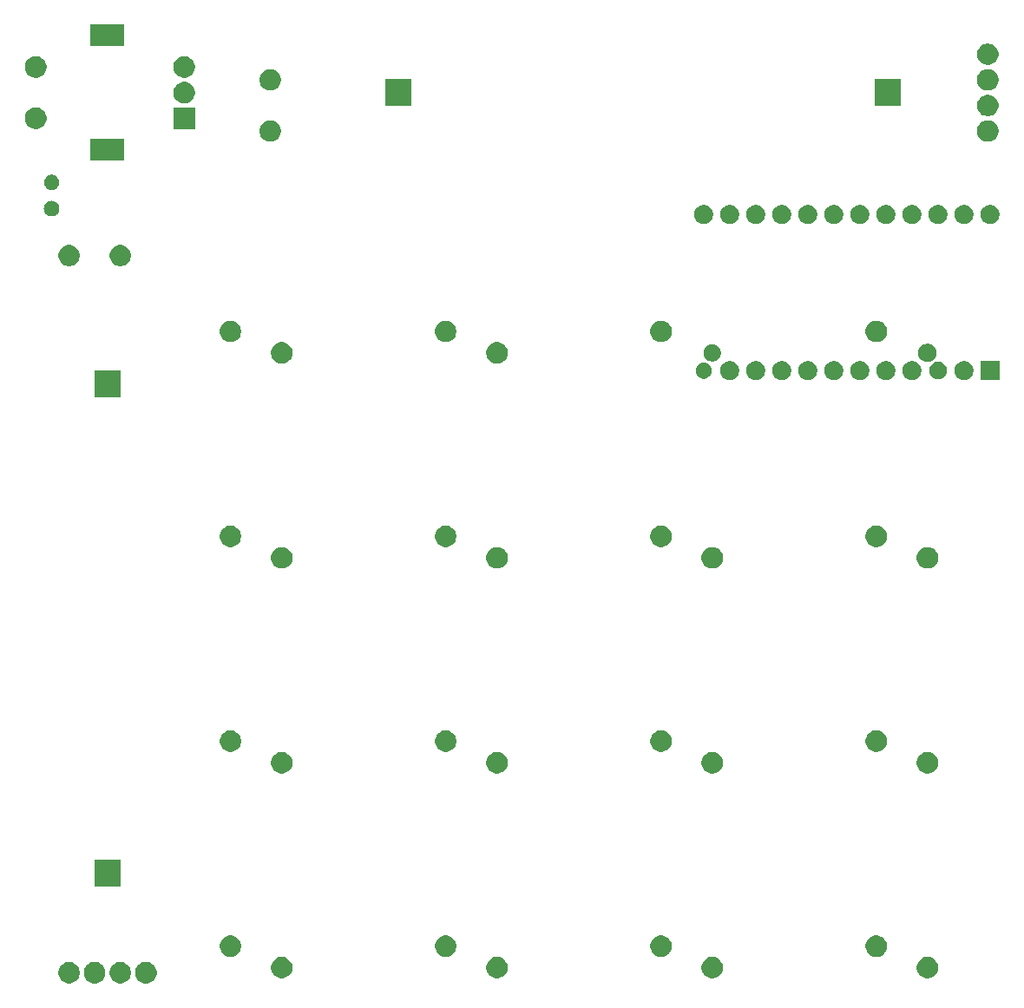
<source format=gbs>
G04 #@! TF.GenerationSoftware,KiCad,Pcbnew,(5.1.0)-1*
G04 #@! TF.CreationDate,2019-03-23T01:01:18+01:00*
G04 #@! TF.ProjectId,Schematic2,53636865-6d61-4746-9963-322e6b696361,rev?*
G04 #@! TF.SameCoordinates,Original*
G04 #@! TF.FileFunction,Soldermask,Bot*
G04 #@! TF.FilePolarity,Negative*
%FSLAX46Y46*%
G04 Gerber Fmt 4.6, Leading zero omitted, Abs format (unit mm)*
G04 Created by KiCad (PCBNEW (5.1.0)-1) date 2019-03-23 01:01:18*
%MOMM*%
%LPD*%
G04 APERTURE LIST*
%ADD10C,0.100000*%
G04 APERTURE END LIST*
D10*
G36*
X37526564Y-122859389D02*
G01*
X37717833Y-122938615D01*
X37717835Y-122938616D01*
X37889973Y-123053635D01*
X38036365Y-123200027D01*
X38080772Y-123266486D01*
X38151385Y-123372167D01*
X38230611Y-123563436D01*
X38271000Y-123766484D01*
X38271000Y-123973516D01*
X38230611Y-124176564D01*
X38151385Y-124367833D01*
X38151384Y-124367835D01*
X38036365Y-124539973D01*
X37889973Y-124686365D01*
X37717835Y-124801384D01*
X37717834Y-124801385D01*
X37717833Y-124801385D01*
X37526564Y-124880611D01*
X37323516Y-124921000D01*
X37116484Y-124921000D01*
X36913436Y-124880611D01*
X36722167Y-124801385D01*
X36722166Y-124801385D01*
X36722165Y-124801384D01*
X36550027Y-124686365D01*
X36403635Y-124539973D01*
X36288616Y-124367835D01*
X36288615Y-124367833D01*
X36209389Y-124176564D01*
X36169000Y-123973516D01*
X36169000Y-123766484D01*
X36209389Y-123563436D01*
X36288615Y-123372167D01*
X36359229Y-123266486D01*
X36403635Y-123200027D01*
X36550027Y-123053635D01*
X36722165Y-122938616D01*
X36722167Y-122938615D01*
X36913436Y-122859389D01*
X37116484Y-122819000D01*
X37323516Y-122819000D01*
X37526564Y-122859389D01*
X37526564Y-122859389D01*
G37*
G36*
X40026564Y-122859389D02*
G01*
X40217833Y-122938615D01*
X40217835Y-122938616D01*
X40389973Y-123053635D01*
X40536365Y-123200027D01*
X40580772Y-123266486D01*
X40651385Y-123372167D01*
X40730611Y-123563436D01*
X40771000Y-123766484D01*
X40771000Y-123973516D01*
X40730611Y-124176564D01*
X40651385Y-124367833D01*
X40651384Y-124367835D01*
X40536365Y-124539973D01*
X40389973Y-124686365D01*
X40217835Y-124801384D01*
X40217834Y-124801385D01*
X40217833Y-124801385D01*
X40026564Y-124880611D01*
X39823516Y-124921000D01*
X39616484Y-124921000D01*
X39413436Y-124880611D01*
X39222167Y-124801385D01*
X39222166Y-124801385D01*
X39222165Y-124801384D01*
X39050027Y-124686365D01*
X38903635Y-124539973D01*
X38788616Y-124367835D01*
X38788615Y-124367833D01*
X38709389Y-124176564D01*
X38669000Y-123973516D01*
X38669000Y-123766484D01*
X38709389Y-123563436D01*
X38788615Y-123372167D01*
X38859229Y-123266486D01*
X38903635Y-123200027D01*
X39050027Y-123053635D01*
X39222165Y-122938616D01*
X39222167Y-122938615D01*
X39413436Y-122859389D01*
X39616484Y-122819000D01*
X39823516Y-122819000D01*
X40026564Y-122859389D01*
X40026564Y-122859389D01*
G37*
G36*
X42526564Y-122859389D02*
G01*
X42717833Y-122938615D01*
X42717835Y-122938616D01*
X42889973Y-123053635D01*
X43036365Y-123200027D01*
X43080772Y-123266486D01*
X43151385Y-123372167D01*
X43230611Y-123563436D01*
X43271000Y-123766484D01*
X43271000Y-123973516D01*
X43230611Y-124176564D01*
X43151385Y-124367833D01*
X43151384Y-124367835D01*
X43036365Y-124539973D01*
X42889973Y-124686365D01*
X42717835Y-124801384D01*
X42717834Y-124801385D01*
X42717833Y-124801385D01*
X42526564Y-124880611D01*
X42323516Y-124921000D01*
X42116484Y-124921000D01*
X41913436Y-124880611D01*
X41722167Y-124801385D01*
X41722166Y-124801385D01*
X41722165Y-124801384D01*
X41550027Y-124686365D01*
X41403635Y-124539973D01*
X41288616Y-124367835D01*
X41288615Y-124367833D01*
X41209389Y-124176564D01*
X41169000Y-123973516D01*
X41169000Y-123766484D01*
X41209389Y-123563436D01*
X41288615Y-123372167D01*
X41359229Y-123266486D01*
X41403635Y-123200027D01*
X41550027Y-123053635D01*
X41722165Y-122938616D01*
X41722167Y-122938615D01*
X41913436Y-122859389D01*
X42116484Y-122819000D01*
X42323516Y-122819000D01*
X42526564Y-122859389D01*
X42526564Y-122859389D01*
G37*
G36*
X35026564Y-122859389D02*
G01*
X35217833Y-122938615D01*
X35217835Y-122938616D01*
X35389973Y-123053635D01*
X35536365Y-123200027D01*
X35580772Y-123266486D01*
X35651385Y-123372167D01*
X35730611Y-123563436D01*
X35771000Y-123766484D01*
X35771000Y-123973516D01*
X35730611Y-124176564D01*
X35651385Y-124367833D01*
X35651384Y-124367835D01*
X35536365Y-124539973D01*
X35389973Y-124686365D01*
X35217835Y-124801384D01*
X35217834Y-124801385D01*
X35217833Y-124801385D01*
X35026564Y-124880611D01*
X34823516Y-124921000D01*
X34616484Y-124921000D01*
X34413436Y-124880611D01*
X34222167Y-124801385D01*
X34222166Y-124801385D01*
X34222165Y-124801384D01*
X34050027Y-124686365D01*
X33903635Y-124539973D01*
X33788616Y-124367835D01*
X33788615Y-124367833D01*
X33709389Y-124176564D01*
X33669000Y-123973516D01*
X33669000Y-123766484D01*
X33709389Y-123563436D01*
X33788615Y-123372167D01*
X33859229Y-123266486D01*
X33903635Y-123200027D01*
X34050027Y-123053635D01*
X34222165Y-122938616D01*
X34222167Y-122938615D01*
X34413436Y-122859389D01*
X34616484Y-122819000D01*
X34823516Y-122819000D01*
X35026564Y-122859389D01*
X35026564Y-122859389D01*
G37*
G36*
X55776564Y-122359389D02*
G01*
X55967833Y-122438615D01*
X55967835Y-122438616D01*
X56139973Y-122553635D01*
X56286365Y-122700027D01*
X56401385Y-122872167D01*
X56480611Y-123063436D01*
X56521000Y-123266484D01*
X56521000Y-123473516D01*
X56480611Y-123676564D01*
X56443365Y-123766484D01*
X56401384Y-123867835D01*
X56286365Y-124039973D01*
X56139973Y-124186365D01*
X55967835Y-124301384D01*
X55967834Y-124301385D01*
X55967833Y-124301385D01*
X55776564Y-124380611D01*
X55573516Y-124421000D01*
X55366484Y-124421000D01*
X55163436Y-124380611D01*
X54972167Y-124301385D01*
X54972166Y-124301385D01*
X54972165Y-124301384D01*
X54800027Y-124186365D01*
X54653635Y-124039973D01*
X54538616Y-123867835D01*
X54496635Y-123766484D01*
X54459389Y-123676564D01*
X54419000Y-123473516D01*
X54419000Y-123266484D01*
X54459389Y-123063436D01*
X54538615Y-122872167D01*
X54653635Y-122700027D01*
X54800027Y-122553635D01*
X54972165Y-122438616D01*
X54972167Y-122438615D01*
X55163436Y-122359389D01*
X55366484Y-122319000D01*
X55573516Y-122319000D01*
X55776564Y-122359389D01*
X55776564Y-122359389D01*
G37*
G36*
X118776564Y-122359389D02*
G01*
X118967833Y-122438615D01*
X118967835Y-122438616D01*
X119139973Y-122553635D01*
X119286365Y-122700027D01*
X119401385Y-122872167D01*
X119480611Y-123063436D01*
X119521000Y-123266484D01*
X119521000Y-123473516D01*
X119480611Y-123676564D01*
X119443365Y-123766484D01*
X119401384Y-123867835D01*
X119286365Y-124039973D01*
X119139973Y-124186365D01*
X118967835Y-124301384D01*
X118967834Y-124301385D01*
X118967833Y-124301385D01*
X118776564Y-124380611D01*
X118573516Y-124421000D01*
X118366484Y-124421000D01*
X118163436Y-124380611D01*
X117972167Y-124301385D01*
X117972166Y-124301385D01*
X117972165Y-124301384D01*
X117800027Y-124186365D01*
X117653635Y-124039973D01*
X117538616Y-123867835D01*
X117496635Y-123766484D01*
X117459389Y-123676564D01*
X117419000Y-123473516D01*
X117419000Y-123266484D01*
X117459389Y-123063436D01*
X117538615Y-122872167D01*
X117653635Y-122700027D01*
X117800027Y-122553635D01*
X117972165Y-122438616D01*
X117972167Y-122438615D01*
X118163436Y-122359389D01*
X118366484Y-122319000D01*
X118573516Y-122319000D01*
X118776564Y-122359389D01*
X118776564Y-122359389D01*
G37*
G36*
X97776564Y-122359389D02*
G01*
X97967833Y-122438615D01*
X97967835Y-122438616D01*
X98139973Y-122553635D01*
X98286365Y-122700027D01*
X98401385Y-122872167D01*
X98480611Y-123063436D01*
X98521000Y-123266484D01*
X98521000Y-123473516D01*
X98480611Y-123676564D01*
X98443365Y-123766484D01*
X98401384Y-123867835D01*
X98286365Y-124039973D01*
X98139973Y-124186365D01*
X97967835Y-124301384D01*
X97967834Y-124301385D01*
X97967833Y-124301385D01*
X97776564Y-124380611D01*
X97573516Y-124421000D01*
X97366484Y-124421000D01*
X97163436Y-124380611D01*
X96972167Y-124301385D01*
X96972166Y-124301385D01*
X96972165Y-124301384D01*
X96800027Y-124186365D01*
X96653635Y-124039973D01*
X96538616Y-123867835D01*
X96496635Y-123766484D01*
X96459389Y-123676564D01*
X96419000Y-123473516D01*
X96419000Y-123266484D01*
X96459389Y-123063436D01*
X96538615Y-122872167D01*
X96653635Y-122700027D01*
X96800027Y-122553635D01*
X96972165Y-122438616D01*
X96972167Y-122438615D01*
X97163436Y-122359389D01*
X97366484Y-122319000D01*
X97573516Y-122319000D01*
X97776564Y-122359389D01*
X97776564Y-122359389D01*
G37*
G36*
X76776564Y-122359389D02*
G01*
X76967833Y-122438615D01*
X76967835Y-122438616D01*
X77139973Y-122553635D01*
X77286365Y-122700027D01*
X77401385Y-122872167D01*
X77480611Y-123063436D01*
X77521000Y-123266484D01*
X77521000Y-123473516D01*
X77480611Y-123676564D01*
X77443365Y-123766484D01*
X77401384Y-123867835D01*
X77286365Y-124039973D01*
X77139973Y-124186365D01*
X76967835Y-124301384D01*
X76967834Y-124301385D01*
X76967833Y-124301385D01*
X76776564Y-124380611D01*
X76573516Y-124421000D01*
X76366484Y-124421000D01*
X76163436Y-124380611D01*
X75972167Y-124301385D01*
X75972166Y-124301385D01*
X75972165Y-124301384D01*
X75800027Y-124186365D01*
X75653635Y-124039973D01*
X75538616Y-123867835D01*
X75496635Y-123766484D01*
X75459389Y-123676564D01*
X75419000Y-123473516D01*
X75419000Y-123266484D01*
X75459389Y-123063436D01*
X75538615Y-122872167D01*
X75653635Y-122700027D01*
X75800027Y-122553635D01*
X75972165Y-122438616D01*
X75972167Y-122438615D01*
X76163436Y-122359389D01*
X76366484Y-122319000D01*
X76573516Y-122319000D01*
X76776564Y-122359389D01*
X76776564Y-122359389D01*
G37*
G36*
X50776564Y-120259389D02*
G01*
X50967833Y-120338615D01*
X50967835Y-120338616D01*
X51139973Y-120453635D01*
X51286365Y-120600027D01*
X51401385Y-120772167D01*
X51480611Y-120963436D01*
X51521000Y-121166484D01*
X51521000Y-121373516D01*
X51480611Y-121576564D01*
X51401385Y-121767833D01*
X51401384Y-121767835D01*
X51286365Y-121939973D01*
X51139973Y-122086365D01*
X50967835Y-122201384D01*
X50967834Y-122201385D01*
X50967833Y-122201385D01*
X50776564Y-122280611D01*
X50573516Y-122321000D01*
X50366484Y-122321000D01*
X50163436Y-122280611D01*
X49972167Y-122201385D01*
X49972166Y-122201385D01*
X49972165Y-122201384D01*
X49800027Y-122086365D01*
X49653635Y-121939973D01*
X49538616Y-121767835D01*
X49538615Y-121767833D01*
X49459389Y-121576564D01*
X49419000Y-121373516D01*
X49419000Y-121166484D01*
X49459389Y-120963436D01*
X49538615Y-120772167D01*
X49653635Y-120600027D01*
X49800027Y-120453635D01*
X49972165Y-120338616D01*
X49972167Y-120338615D01*
X50163436Y-120259389D01*
X50366484Y-120219000D01*
X50573516Y-120219000D01*
X50776564Y-120259389D01*
X50776564Y-120259389D01*
G37*
G36*
X71776564Y-120259389D02*
G01*
X71967833Y-120338615D01*
X71967835Y-120338616D01*
X72139973Y-120453635D01*
X72286365Y-120600027D01*
X72401385Y-120772167D01*
X72480611Y-120963436D01*
X72521000Y-121166484D01*
X72521000Y-121373516D01*
X72480611Y-121576564D01*
X72401385Y-121767833D01*
X72401384Y-121767835D01*
X72286365Y-121939973D01*
X72139973Y-122086365D01*
X71967835Y-122201384D01*
X71967834Y-122201385D01*
X71967833Y-122201385D01*
X71776564Y-122280611D01*
X71573516Y-122321000D01*
X71366484Y-122321000D01*
X71163436Y-122280611D01*
X70972167Y-122201385D01*
X70972166Y-122201385D01*
X70972165Y-122201384D01*
X70800027Y-122086365D01*
X70653635Y-121939973D01*
X70538616Y-121767835D01*
X70538615Y-121767833D01*
X70459389Y-121576564D01*
X70419000Y-121373516D01*
X70419000Y-121166484D01*
X70459389Y-120963436D01*
X70538615Y-120772167D01*
X70653635Y-120600027D01*
X70800027Y-120453635D01*
X70972165Y-120338616D01*
X70972167Y-120338615D01*
X71163436Y-120259389D01*
X71366484Y-120219000D01*
X71573516Y-120219000D01*
X71776564Y-120259389D01*
X71776564Y-120259389D01*
G37*
G36*
X113776564Y-120259389D02*
G01*
X113967833Y-120338615D01*
X113967835Y-120338616D01*
X114139973Y-120453635D01*
X114286365Y-120600027D01*
X114401385Y-120772167D01*
X114480611Y-120963436D01*
X114521000Y-121166484D01*
X114521000Y-121373516D01*
X114480611Y-121576564D01*
X114401385Y-121767833D01*
X114401384Y-121767835D01*
X114286365Y-121939973D01*
X114139973Y-122086365D01*
X113967835Y-122201384D01*
X113967834Y-122201385D01*
X113967833Y-122201385D01*
X113776564Y-122280611D01*
X113573516Y-122321000D01*
X113366484Y-122321000D01*
X113163436Y-122280611D01*
X112972167Y-122201385D01*
X112972166Y-122201385D01*
X112972165Y-122201384D01*
X112800027Y-122086365D01*
X112653635Y-121939973D01*
X112538616Y-121767835D01*
X112538615Y-121767833D01*
X112459389Y-121576564D01*
X112419000Y-121373516D01*
X112419000Y-121166484D01*
X112459389Y-120963436D01*
X112538615Y-120772167D01*
X112653635Y-120600027D01*
X112800027Y-120453635D01*
X112972165Y-120338616D01*
X112972167Y-120338615D01*
X113163436Y-120259389D01*
X113366484Y-120219000D01*
X113573516Y-120219000D01*
X113776564Y-120259389D01*
X113776564Y-120259389D01*
G37*
G36*
X92776564Y-120259389D02*
G01*
X92967833Y-120338615D01*
X92967835Y-120338616D01*
X93139973Y-120453635D01*
X93286365Y-120600027D01*
X93401385Y-120772167D01*
X93480611Y-120963436D01*
X93521000Y-121166484D01*
X93521000Y-121373516D01*
X93480611Y-121576564D01*
X93401385Y-121767833D01*
X93401384Y-121767835D01*
X93286365Y-121939973D01*
X93139973Y-122086365D01*
X92967835Y-122201384D01*
X92967834Y-122201385D01*
X92967833Y-122201385D01*
X92776564Y-122280611D01*
X92573516Y-122321000D01*
X92366484Y-122321000D01*
X92163436Y-122280611D01*
X91972167Y-122201385D01*
X91972166Y-122201385D01*
X91972165Y-122201384D01*
X91800027Y-122086365D01*
X91653635Y-121939973D01*
X91538616Y-121767835D01*
X91538615Y-121767833D01*
X91459389Y-121576564D01*
X91419000Y-121373516D01*
X91419000Y-121166484D01*
X91459389Y-120963436D01*
X91538615Y-120772167D01*
X91653635Y-120600027D01*
X91800027Y-120453635D01*
X91972165Y-120338616D01*
X91972167Y-120338615D01*
X92163436Y-120259389D01*
X92366484Y-120219000D01*
X92573516Y-120219000D01*
X92776564Y-120259389D01*
X92776564Y-120259389D01*
G37*
G36*
X39781000Y-115423000D02*
G01*
X37179000Y-115423000D01*
X37179000Y-112821000D01*
X39781000Y-112821000D01*
X39781000Y-115423000D01*
X39781000Y-115423000D01*
G37*
G36*
X118776564Y-102359389D02*
G01*
X118967833Y-102438615D01*
X118967835Y-102438616D01*
X119139973Y-102553635D01*
X119286365Y-102700027D01*
X119401385Y-102872167D01*
X119480611Y-103063436D01*
X119521000Y-103266484D01*
X119521000Y-103473516D01*
X119480611Y-103676564D01*
X119401385Y-103867833D01*
X119401384Y-103867835D01*
X119286365Y-104039973D01*
X119139973Y-104186365D01*
X118967835Y-104301384D01*
X118967834Y-104301385D01*
X118967833Y-104301385D01*
X118776564Y-104380611D01*
X118573516Y-104421000D01*
X118366484Y-104421000D01*
X118163436Y-104380611D01*
X117972167Y-104301385D01*
X117972166Y-104301385D01*
X117972165Y-104301384D01*
X117800027Y-104186365D01*
X117653635Y-104039973D01*
X117538616Y-103867835D01*
X117538615Y-103867833D01*
X117459389Y-103676564D01*
X117419000Y-103473516D01*
X117419000Y-103266484D01*
X117459389Y-103063436D01*
X117538615Y-102872167D01*
X117653635Y-102700027D01*
X117800027Y-102553635D01*
X117972165Y-102438616D01*
X117972167Y-102438615D01*
X118163436Y-102359389D01*
X118366484Y-102319000D01*
X118573516Y-102319000D01*
X118776564Y-102359389D01*
X118776564Y-102359389D01*
G37*
G36*
X76776564Y-102359389D02*
G01*
X76967833Y-102438615D01*
X76967835Y-102438616D01*
X77139973Y-102553635D01*
X77286365Y-102700027D01*
X77401385Y-102872167D01*
X77480611Y-103063436D01*
X77521000Y-103266484D01*
X77521000Y-103473516D01*
X77480611Y-103676564D01*
X77401385Y-103867833D01*
X77401384Y-103867835D01*
X77286365Y-104039973D01*
X77139973Y-104186365D01*
X76967835Y-104301384D01*
X76967834Y-104301385D01*
X76967833Y-104301385D01*
X76776564Y-104380611D01*
X76573516Y-104421000D01*
X76366484Y-104421000D01*
X76163436Y-104380611D01*
X75972167Y-104301385D01*
X75972166Y-104301385D01*
X75972165Y-104301384D01*
X75800027Y-104186365D01*
X75653635Y-104039973D01*
X75538616Y-103867835D01*
X75538615Y-103867833D01*
X75459389Y-103676564D01*
X75419000Y-103473516D01*
X75419000Y-103266484D01*
X75459389Y-103063436D01*
X75538615Y-102872167D01*
X75653635Y-102700027D01*
X75800027Y-102553635D01*
X75972165Y-102438616D01*
X75972167Y-102438615D01*
X76163436Y-102359389D01*
X76366484Y-102319000D01*
X76573516Y-102319000D01*
X76776564Y-102359389D01*
X76776564Y-102359389D01*
G37*
G36*
X97776564Y-102359389D02*
G01*
X97967833Y-102438615D01*
X97967835Y-102438616D01*
X98139973Y-102553635D01*
X98286365Y-102700027D01*
X98401385Y-102872167D01*
X98480611Y-103063436D01*
X98521000Y-103266484D01*
X98521000Y-103473516D01*
X98480611Y-103676564D01*
X98401385Y-103867833D01*
X98401384Y-103867835D01*
X98286365Y-104039973D01*
X98139973Y-104186365D01*
X97967835Y-104301384D01*
X97967834Y-104301385D01*
X97967833Y-104301385D01*
X97776564Y-104380611D01*
X97573516Y-104421000D01*
X97366484Y-104421000D01*
X97163436Y-104380611D01*
X96972167Y-104301385D01*
X96972166Y-104301385D01*
X96972165Y-104301384D01*
X96800027Y-104186365D01*
X96653635Y-104039973D01*
X96538616Y-103867835D01*
X96538615Y-103867833D01*
X96459389Y-103676564D01*
X96419000Y-103473516D01*
X96419000Y-103266484D01*
X96459389Y-103063436D01*
X96538615Y-102872167D01*
X96653635Y-102700027D01*
X96800027Y-102553635D01*
X96972165Y-102438616D01*
X96972167Y-102438615D01*
X97163436Y-102359389D01*
X97366484Y-102319000D01*
X97573516Y-102319000D01*
X97776564Y-102359389D01*
X97776564Y-102359389D01*
G37*
G36*
X55776564Y-102359389D02*
G01*
X55967833Y-102438615D01*
X55967835Y-102438616D01*
X56139973Y-102553635D01*
X56286365Y-102700027D01*
X56401385Y-102872167D01*
X56480611Y-103063436D01*
X56521000Y-103266484D01*
X56521000Y-103473516D01*
X56480611Y-103676564D01*
X56401385Y-103867833D01*
X56401384Y-103867835D01*
X56286365Y-104039973D01*
X56139973Y-104186365D01*
X55967835Y-104301384D01*
X55967834Y-104301385D01*
X55967833Y-104301385D01*
X55776564Y-104380611D01*
X55573516Y-104421000D01*
X55366484Y-104421000D01*
X55163436Y-104380611D01*
X54972167Y-104301385D01*
X54972166Y-104301385D01*
X54972165Y-104301384D01*
X54800027Y-104186365D01*
X54653635Y-104039973D01*
X54538616Y-103867835D01*
X54538615Y-103867833D01*
X54459389Y-103676564D01*
X54419000Y-103473516D01*
X54419000Y-103266484D01*
X54459389Y-103063436D01*
X54538615Y-102872167D01*
X54653635Y-102700027D01*
X54800027Y-102553635D01*
X54972165Y-102438616D01*
X54972167Y-102438615D01*
X55163436Y-102359389D01*
X55366484Y-102319000D01*
X55573516Y-102319000D01*
X55776564Y-102359389D01*
X55776564Y-102359389D01*
G37*
G36*
X50776564Y-100259389D02*
G01*
X50967833Y-100338615D01*
X50967835Y-100338616D01*
X51139973Y-100453635D01*
X51286365Y-100600027D01*
X51401385Y-100772167D01*
X51480611Y-100963436D01*
X51521000Y-101166484D01*
X51521000Y-101373516D01*
X51480611Y-101576564D01*
X51401385Y-101767833D01*
X51401384Y-101767835D01*
X51286365Y-101939973D01*
X51139973Y-102086365D01*
X50967835Y-102201384D01*
X50967834Y-102201385D01*
X50967833Y-102201385D01*
X50776564Y-102280611D01*
X50573516Y-102321000D01*
X50366484Y-102321000D01*
X50163436Y-102280611D01*
X49972167Y-102201385D01*
X49972166Y-102201385D01*
X49972165Y-102201384D01*
X49800027Y-102086365D01*
X49653635Y-101939973D01*
X49538616Y-101767835D01*
X49538615Y-101767833D01*
X49459389Y-101576564D01*
X49419000Y-101373516D01*
X49419000Y-101166484D01*
X49459389Y-100963436D01*
X49538615Y-100772167D01*
X49653635Y-100600027D01*
X49800027Y-100453635D01*
X49972165Y-100338616D01*
X49972167Y-100338615D01*
X50163436Y-100259389D01*
X50366484Y-100219000D01*
X50573516Y-100219000D01*
X50776564Y-100259389D01*
X50776564Y-100259389D01*
G37*
G36*
X92776564Y-100259389D02*
G01*
X92967833Y-100338615D01*
X92967835Y-100338616D01*
X93139973Y-100453635D01*
X93286365Y-100600027D01*
X93401385Y-100772167D01*
X93480611Y-100963436D01*
X93521000Y-101166484D01*
X93521000Y-101373516D01*
X93480611Y-101576564D01*
X93401385Y-101767833D01*
X93401384Y-101767835D01*
X93286365Y-101939973D01*
X93139973Y-102086365D01*
X92967835Y-102201384D01*
X92967834Y-102201385D01*
X92967833Y-102201385D01*
X92776564Y-102280611D01*
X92573516Y-102321000D01*
X92366484Y-102321000D01*
X92163436Y-102280611D01*
X91972167Y-102201385D01*
X91972166Y-102201385D01*
X91972165Y-102201384D01*
X91800027Y-102086365D01*
X91653635Y-101939973D01*
X91538616Y-101767835D01*
X91538615Y-101767833D01*
X91459389Y-101576564D01*
X91419000Y-101373516D01*
X91419000Y-101166484D01*
X91459389Y-100963436D01*
X91538615Y-100772167D01*
X91653635Y-100600027D01*
X91800027Y-100453635D01*
X91972165Y-100338616D01*
X91972167Y-100338615D01*
X92163436Y-100259389D01*
X92366484Y-100219000D01*
X92573516Y-100219000D01*
X92776564Y-100259389D01*
X92776564Y-100259389D01*
G37*
G36*
X113776564Y-100259389D02*
G01*
X113967833Y-100338615D01*
X113967835Y-100338616D01*
X114139973Y-100453635D01*
X114286365Y-100600027D01*
X114401385Y-100772167D01*
X114480611Y-100963436D01*
X114521000Y-101166484D01*
X114521000Y-101373516D01*
X114480611Y-101576564D01*
X114401385Y-101767833D01*
X114401384Y-101767835D01*
X114286365Y-101939973D01*
X114139973Y-102086365D01*
X113967835Y-102201384D01*
X113967834Y-102201385D01*
X113967833Y-102201385D01*
X113776564Y-102280611D01*
X113573516Y-102321000D01*
X113366484Y-102321000D01*
X113163436Y-102280611D01*
X112972167Y-102201385D01*
X112972166Y-102201385D01*
X112972165Y-102201384D01*
X112800027Y-102086365D01*
X112653635Y-101939973D01*
X112538616Y-101767835D01*
X112538615Y-101767833D01*
X112459389Y-101576564D01*
X112419000Y-101373516D01*
X112419000Y-101166484D01*
X112459389Y-100963436D01*
X112538615Y-100772167D01*
X112653635Y-100600027D01*
X112800027Y-100453635D01*
X112972165Y-100338616D01*
X112972167Y-100338615D01*
X113163436Y-100259389D01*
X113366484Y-100219000D01*
X113573516Y-100219000D01*
X113776564Y-100259389D01*
X113776564Y-100259389D01*
G37*
G36*
X71776564Y-100259389D02*
G01*
X71967833Y-100338615D01*
X71967835Y-100338616D01*
X72139973Y-100453635D01*
X72286365Y-100600027D01*
X72401385Y-100772167D01*
X72480611Y-100963436D01*
X72521000Y-101166484D01*
X72521000Y-101373516D01*
X72480611Y-101576564D01*
X72401385Y-101767833D01*
X72401384Y-101767835D01*
X72286365Y-101939973D01*
X72139973Y-102086365D01*
X71967835Y-102201384D01*
X71967834Y-102201385D01*
X71967833Y-102201385D01*
X71776564Y-102280611D01*
X71573516Y-102321000D01*
X71366484Y-102321000D01*
X71163436Y-102280611D01*
X70972167Y-102201385D01*
X70972166Y-102201385D01*
X70972165Y-102201384D01*
X70800027Y-102086365D01*
X70653635Y-101939973D01*
X70538616Y-101767835D01*
X70538615Y-101767833D01*
X70459389Y-101576564D01*
X70419000Y-101373516D01*
X70419000Y-101166484D01*
X70459389Y-100963436D01*
X70538615Y-100772167D01*
X70653635Y-100600027D01*
X70800027Y-100453635D01*
X70972165Y-100338616D01*
X70972167Y-100338615D01*
X71163436Y-100259389D01*
X71366484Y-100219000D01*
X71573516Y-100219000D01*
X71776564Y-100259389D01*
X71776564Y-100259389D01*
G37*
G36*
X76776564Y-82359389D02*
G01*
X76967833Y-82438615D01*
X76967835Y-82438616D01*
X77139973Y-82553635D01*
X77286365Y-82700027D01*
X77401385Y-82872167D01*
X77480611Y-83063436D01*
X77521000Y-83266484D01*
X77521000Y-83473516D01*
X77480611Y-83676564D01*
X77401385Y-83867833D01*
X77401384Y-83867835D01*
X77286365Y-84039973D01*
X77139973Y-84186365D01*
X76967835Y-84301384D01*
X76967834Y-84301385D01*
X76967833Y-84301385D01*
X76776564Y-84380611D01*
X76573516Y-84421000D01*
X76366484Y-84421000D01*
X76163436Y-84380611D01*
X75972167Y-84301385D01*
X75972166Y-84301385D01*
X75972165Y-84301384D01*
X75800027Y-84186365D01*
X75653635Y-84039973D01*
X75538616Y-83867835D01*
X75538615Y-83867833D01*
X75459389Y-83676564D01*
X75419000Y-83473516D01*
X75419000Y-83266484D01*
X75459389Y-83063436D01*
X75538615Y-82872167D01*
X75653635Y-82700027D01*
X75800027Y-82553635D01*
X75972165Y-82438616D01*
X75972167Y-82438615D01*
X76163436Y-82359389D01*
X76366484Y-82319000D01*
X76573516Y-82319000D01*
X76776564Y-82359389D01*
X76776564Y-82359389D01*
G37*
G36*
X55776564Y-82359389D02*
G01*
X55967833Y-82438615D01*
X55967835Y-82438616D01*
X56139973Y-82553635D01*
X56286365Y-82700027D01*
X56401385Y-82872167D01*
X56480611Y-83063436D01*
X56521000Y-83266484D01*
X56521000Y-83473516D01*
X56480611Y-83676564D01*
X56401385Y-83867833D01*
X56401384Y-83867835D01*
X56286365Y-84039973D01*
X56139973Y-84186365D01*
X55967835Y-84301384D01*
X55967834Y-84301385D01*
X55967833Y-84301385D01*
X55776564Y-84380611D01*
X55573516Y-84421000D01*
X55366484Y-84421000D01*
X55163436Y-84380611D01*
X54972167Y-84301385D01*
X54972166Y-84301385D01*
X54972165Y-84301384D01*
X54800027Y-84186365D01*
X54653635Y-84039973D01*
X54538616Y-83867835D01*
X54538615Y-83867833D01*
X54459389Y-83676564D01*
X54419000Y-83473516D01*
X54419000Y-83266484D01*
X54459389Y-83063436D01*
X54538615Y-82872167D01*
X54653635Y-82700027D01*
X54800027Y-82553635D01*
X54972165Y-82438616D01*
X54972167Y-82438615D01*
X55163436Y-82359389D01*
X55366484Y-82319000D01*
X55573516Y-82319000D01*
X55776564Y-82359389D01*
X55776564Y-82359389D01*
G37*
G36*
X118776564Y-82359389D02*
G01*
X118967833Y-82438615D01*
X118967835Y-82438616D01*
X119139973Y-82553635D01*
X119286365Y-82700027D01*
X119401385Y-82872167D01*
X119480611Y-83063436D01*
X119521000Y-83266484D01*
X119521000Y-83473516D01*
X119480611Y-83676564D01*
X119401385Y-83867833D01*
X119401384Y-83867835D01*
X119286365Y-84039973D01*
X119139973Y-84186365D01*
X118967835Y-84301384D01*
X118967834Y-84301385D01*
X118967833Y-84301385D01*
X118776564Y-84380611D01*
X118573516Y-84421000D01*
X118366484Y-84421000D01*
X118163436Y-84380611D01*
X117972167Y-84301385D01*
X117972166Y-84301385D01*
X117972165Y-84301384D01*
X117800027Y-84186365D01*
X117653635Y-84039973D01*
X117538616Y-83867835D01*
X117538615Y-83867833D01*
X117459389Y-83676564D01*
X117419000Y-83473516D01*
X117419000Y-83266484D01*
X117459389Y-83063436D01*
X117538615Y-82872167D01*
X117653635Y-82700027D01*
X117800027Y-82553635D01*
X117972165Y-82438616D01*
X117972167Y-82438615D01*
X118163436Y-82359389D01*
X118366484Y-82319000D01*
X118573516Y-82319000D01*
X118776564Y-82359389D01*
X118776564Y-82359389D01*
G37*
G36*
X97776564Y-82359389D02*
G01*
X97967833Y-82438615D01*
X97967835Y-82438616D01*
X98139973Y-82553635D01*
X98286365Y-82700027D01*
X98401385Y-82872167D01*
X98480611Y-83063436D01*
X98521000Y-83266484D01*
X98521000Y-83473516D01*
X98480611Y-83676564D01*
X98401385Y-83867833D01*
X98401384Y-83867835D01*
X98286365Y-84039973D01*
X98139973Y-84186365D01*
X97967835Y-84301384D01*
X97967834Y-84301385D01*
X97967833Y-84301385D01*
X97776564Y-84380611D01*
X97573516Y-84421000D01*
X97366484Y-84421000D01*
X97163436Y-84380611D01*
X96972167Y-84301385D01*
X96972166Y-84301385D01*
X96972165Y-84301384D01*
X96800027Y-84186365D01*
X96653635Y-84039973D01*
X96538616Y-83867835D01*
X96538615Y-83867833D01*
X96459389Y-83676564D01*
X96419000Y-83473516D01*
X96419000Y-83266484D01*
X96459389Y-83063436D01*
X96538615Y-82872167D01*
X96653635Y-82700027D01*
X96800027Y-82553635D01*
X96972165Y-82438616D01*
X96972167Y-82438615D01*
X97163436Y-82359389D01*
X97366484Y-82319000D01*
X97573516Y-82319000D01*
X97776564Y-82359389D01*
X97776564Y-82359389D01*
G37*
G36*
X71776564Y-80259389D02*
G01*
X71967833Y-80338615D01*
X71967835Y-80338616D01*
X72139973Y-80453635D01*
X72286365Y-80600027D01*
X72401385Y-80772167D01*
X72480611Y-80963436D01*
X72521000Y-81166484D01*
X72521000Y-81373516D01*
X72480611Y-81576564D01*
X72401385Y-81767833D01*
X72401384Y-81767835D01*
X72286365Y-81939973D01*
X72139973Y-82086365D01*
X71967835Y-82201384D01*
X71967834Y-82201385D01*
X71967833Y-82201385D01*
X71776564Y-82280611D01*
X71573516Y-82321000D01*
X71366484Y-82321000D01*
X71163436Y-82280611D01*
X70972167Y-82201385D01*
X70972166Y-82201385D01*
X70972165Y-82201384D01*
X70800027Y-82086365D01*
X70653635Y-81939973D01*
X70538616Y-81767835D01*
X70538615Y-81767833D01*
X70459389Y-81576564D01*
X70419000Y-81373516D01*
X70419000Y-81166484D01*
X70459389Y-80963436D01*
X70538615Y-80772167D01*
X70653635Y-80600027D01*
X70800027Y-80453635D01*
X70972165Y-80338616D01*
X70972167Y-80338615D01*
X71163436Y-80259389D01*
X71366484Y-80219000D01*
X71573516Y-80219000D01*
X71776564Y-80259389D01*
X71776564Y-80259389D01*
G37*
G36*
X92776564Y-80259389D02*
G01*
X92967833Y-80338615D01*
X92967835Y-80338616D01*
X93139973Y-80453635D01*
X93286365Y-80600027D01*
X93401385Y-80772167D01*
X93480611Y-80963436D01*
X93521000Y-81166484D01*
X93521000Y-81373516D01*
X93480611Y-81576564D01*
X93401385Y-81767833D01*
X93401384Y-81767835D01*
X93286365Y-81939973D01*
X93139973Y-82086365D01*
X92967835Y-82201384D01*
X92967834Y-82201385D01*
X92967833Y-82201385D01*
X92776564Y-82280611D01*
X92573516Y-82321000D01*
X92366484Y-82321000D01*
X92163436Y-82280611D01*
X91972167Y-82201385D01*
X91972166Y-82201385D01*
X91972165Y-82201384D01*
X91800027Y-82086365D01*
X91653635Y-81939973D01*
X91538616Y-81767835D01*
X91538615Y-81767833D01*
X91459389Y-81576564D01*
X91419000Y-81373516D01*
X91419000Y-81166484D01*
X91459389Y-80963436D01*
X91538615Y-80772167D01*
X91653635Y-80600027D01*
X91800027Y-80453635D01*
X91972165Y-80338616D01*
X91972167Y-80338615D01*
X92163436Y-80259389D01*
X92366484Y-80219000D01*
X92573516Y-80219000D01*
X92776564Y-80259389D01*
X92776564Y-80259389D01*
G37*
G36*
X113776564Y-80259389D02*
G01*
X113967833Y-80338615D01*
X113967835Y-80338616D01*
X114139973Y-80453635D01*
X114286365Y-80600027D01*
X114401385Y-80772167D01*
X114480611Y-80963436D01*
X114521000Y-81166484D01*
X114521000Y-81373516D01*
X114480611Y-81576564D01*
X114401385Y-81767833D01*
X114401384Y-81767835D01*
X114286365Y-81939973D01*
X114139973Y-82086365D01*
X113967835Y-82201384D01*
X113967834Y-82201385D01*
X113967833Y-82201385D01*
X113776564Y-82280611D01*
X113573516Y-82321000D01*
X113366484Y-82321000D01*
X113163436Y-82280611D01*
X112972167Y-82201385D01*
X112972166Y-82201385D01*
X112972165Y-82201384D01*
X112800027Y-82086365D01*
X112653635Y-81939973D01*
X112538616Y-81767835D01*
X112538615Y-81767833D01*
X112459389Y-81576564D01*
X112419000Y-81373516D01*
X112419000Y-81166484D01*
X112459389Y-80963436D01*
X112538615Y-80772167D01*
X112653635Y-80600027D01*
X112800027Y-80453635D01*
X112972165Y-80338616D01*
X112972167Y-80338615D01*
X113163436Y-80259389D01*
X113366484Y-80219000D01*
X113573516Y-80219000D01*
X113776564Y-80259389D01*
X113776564Y-80259389D01*
G37*
G36*
X50776564Y-80259389D02*
G01*
X50967833Y-80338615D01*
X50967835Y-80338616D01*
X51139973Y-80453635D01*
X51286365Y-80600027D01*
X51401385Y-80772167D01*
X51480611Y-80963436D01*
X51521000Y-81166484D01*
X51521000Y-81373516D01*
X51480611Y-81576564D01*
X51401385Y-81767833D01*
X51401384Y-81767835D01*
X51286365Y-81939973D01*
X51139973Y-82086365D01*
X50967835Y-82201384D01*
X50967834Y-82201385D01*
X50967833Y-82201385D01*
X50776564Y-82280611D01*
X50573516Y-82321000D01*
X50366484Y-82321000D01*
X50163436Y-82280611D01*
X49972167Y-82201385D01*
X49972166Y-82201385D01*
X49972165Y-82201384D01*
X49800027Y-82086365D01*
X49653635Y-81939973D01*
X49538616Y-81767835D01*
X49538615Y-81767833D01*
X49459389Y-81576564D01*
X49419000Y-81373516D01*
X49419000Y-81166484D01*
X49459389Y-80963436D01*
X49538615Y-80772167D01*
X49653635Y-80600027D01*
X49800027Y-80453635D01*
X49972165Y-80338616D01*
X49972167Y-80338615D01*
X50163436Y-80259389D01*
X50366484Y-80219000D01*
X50573516Y-80219000D01*
X50776564Y-80259389D01*
X50776564Y-80259389D01*
G37*
G36*
X39781000Y-67671000D02*
G01*
X37179000Y-67671000D01*
X37179000Y-65069000D01*
X39781000Y-65069000D01*
X39781000Y-67671000D01*
X39781000Y-67671000D01*
G37*
G36*
X99460483Y-64198335D02*
G01*
X99629240Y-64268236D01*
X99781118Y-64369718D01*
X99910282Y-64498882D01*
X100011764Y-64650760D01*
X100081665Y-64819517D01*
X100117300Y-64998668D01*
X100117300Y-65181332D01*
X100081665Y-65360483D01*
X100011764Y-65529240D01*
X99910282Y-65681118D01*
X99781118Y-65810282D01*
X99629240Y-65911764D01*
X99460483Y-65981665D01*
X99281332Y-66017300D01*
X99098668Y-66017300D01*
X98919517Y-65981665D01*
X98750760Y-65911764D01*
X98598882Y-65810282D01*
X98469718Y-65681118D01*
X98368236Y-65529240D01*
X98298335Y-65360483D01*
X98262700Y-65181332D01*
X98262700Y-64998668D01*
X98298335Y-64819517D01*
X98368236Y-64650760D01*
X98469718Y-64498882D01*
X98598882Y-64369718D01*
X98750760Y-64268236D01*
X98919517Y-64198335D01*
X99098668Y-64162700D01*
X99281332Y-64162700D01*
X99460483Y-64198335D01*
X99460483Y-64198335D01*
G37*
G36*
X122320483Y-64198335D02*
G01*
X122489240Y-64268236D01*
X122641118Y-64369718D01*
X122770282Y-64498882D01*
X122871764Y-64650760D01*
X122941665Y-64819517D01*
X122977300Y-64998668D01*
X122977300Y-65181332D01*
X122941665Y-65360483D01*
X122871764Y-65529240D01*
X122770282Y-65681118D01*
X122641118Y-65810282D01*
X122489240Y-65911764D01*
X122320483Y-65981665D01*
X122141332Y-66017300D01*
X121958668Y-66017300D01*
X121779517Y-65981665D01*
X121610760Y-65911764D01*
X121458882Y-65810282D01*
X121329718Y-65681118D01*
X121228236Y-65529240D01*
X121158335Y-65360483D01*
X121122700Y-65181332D01*
X121122700Y-64998668D01*
X121158335Y-64819517D01*
X121228236Y-64650760D01*
X121329718Y-64498882D01*
X121458882Y-64369718D01*
X121610760Y-64268236D01*
X121779517Y-64198335D01*
X121958668Y-64162700D01*
X122141332Y-64162700D01*
X122320483Y-64198335D01*
X122320483Y-64198335D01*
G37*
G36*
X114700483Y-64198335D02*
G01*
X114869240Y-64268236D01*
X115021118Y-64369718D01*
X115150282Y-64498882D01*
X115251764Y-64650760D01*
X115321665Y-64819517D01*
X115357300Y-64998668D01*
X115357300Y-65181332D01*
X115321665Y-65360483D01*
X115251764Y-65529240D01*
X115150282Y-65681118D01*
X115021118Y-65810282D01*
X114869240Y-65911764D01*
X114700483Y-65981665D01*
X114521332Y-66017300D01*
X114338668Y-66017300D01*
X114159517Y-65981665D01*
X113990760Y-65911764D01*
X113838882Y-65810282D01*
X113709718Y-65681118D01*
X113608236Y-65529240D01*
X113538335Y-65360483D01*
X113502700Y-65181332D01*
X113502700Y-64998668D01*
X113538335Y-64819517D01*
X113608236Y-64650760D01*
X113709718Y-64498882D01*
X113838882Y-64369718D01*
X113990760Y-64268236D01*
X114159517Y-64198335D01*
X114338668Y-64162700D01*
X114521332Y-64162700D01*
X114700483Y-64198335D01*
X114700483Y-64198335D01*
G37*
G36*
X112160483Y-64198335D02*
G01*
X112329240Y-64268236D01*
X112481118Y-64369718D01*
X112610282Y-64498882D01*
X112711764Y-64650760D01*
X112781665Y-64819517D01*
X112817300Y-64998668D01*
X112817300Y-65181332D01*
X112781665Y-65360483D01*
X112711764Y-65529240D01*
X112610282Y-65681118D01*
X112481118Y-65810282D01*
X112329240Y-65911764D01*
X112160483Y-65981665D01*
X111981332Y-66017300D01*
X111798668Y-66017300D01*
X111619517Y-65981665D01*
X111450760Y-65911764D01*
X111298882Y-65810282D01*
X111169718Y-65681118D01*
X111068236Y-65529240D01*
X110998335Y-65360483D01*
X110962700Y-65181332D01*
X110962700Y-64998668D01*
X110998335Y-64819517D01*
X111068236Y-64650760D01*
X111169718Y-64498882D01*
X111298882Y-64369718D01*
X111450760Y-64268236D01*
X111619517Y-64198335D01*
X111798668Y-64162700D01*
X111981332Y-64162700D01*
X112160483Y-64198335D01*
X112160483Y-64198335D01*
G37*
G36*
X109620483Y-64198335D02*
G01*
X109789240Y-64268236D01*
X109941118Y-64369718D01*
X110070282Y-64498882D01*
X110171764Y-64650760D01*
X110241665Y-64819517D01*
X110277300Y-64998668D01*
X110277300Y-65181332D01*
X110241665Y-65360483D01*
X110171764Y-65529240D01*
X110070282Y-65681118D01*
X109941118Y-65810282D01*
X109789240Y-65911764D01*
X109620483Y-65981665D01*
X109441332Y-66017300D01*
X109258668Y-66017300D01*
X109079517Y-65981665D01*
X108910760Y-65911764D01*
X108758882Y-65810282D01*
X108629718Y-65681118D01*
X108528236Y-65529240D01*
X108458335Y-65360483D01*
X108422700Y-65181332D01*
X108422700Y-64998668D01*
X108458335Y-64819517D01*
X108528236Y-64650760D01*
X108629718Y-64498882D01*
X108758882Y-64369718D01*
X108910760Y-64268236D01*
X109079517Y-64198335D01*
X109258668Y-64162700D01*
X109441332Y-64162700D01*
X109620483Y-64198335D01*
X109620483Y-64198335D01*
G37*
G36*
X107080483Y-64198335D02*
G01*
X107249240Y-64268236D01*
X107401118Y-64369718D01*
X107530282Y-64498882D01*
X107631764Y-64650760D01*
X107701665Y-64819517D01*
X107737300Y-64998668D01*
X107737300Y-65181332D01*
X107701665Y-65360483D01*
X107631764Y-65529240D01*
X107530282Y-65681118D01*
X107401118Y-65810282D01*
X107249240Y-65911764D01*
X107080483Y-65981665D01*
X106901332Y-66017300D01*
X106718668Y-66017300D01*
X106539517Y-65981665D01*
X106370760Y-65911764D01*
X106218882Y-65810282D01*
X106089718Y-65681118D01*
X105988236Y-65529240D01*
X105918335Y-65360483D01*
X105882700Y-65181332D01*
X105882700Y-64998668D01*
X105918335Y-64819517D01*
X105988236Y-64650760D01*
X106089718Y-64498882D01*
X106218882Y-64369718D01*
X106370760Y-64268236D01*
X106539517Y-64198335D01*
X106718668Y-64162700D01*
X106901332Y-64162700D01*
X107080483Y-64198335D01*
X107080483Y-64198335D01*
G37*
G36*
X104540483Y-64198335D02*
G01*
X104709240Y-64268236D01*
X104861118Y-64369718D01*
X104990282Y-64498882D01*
X105091764Y-64650760D01*
X105161665Y-64819517D01*
X105197300Y-64998668D01*
X105197300Y-65181332D01*
X105161665Y-65360483D01*
X105091764Y-65529240D01*
X104990282Y-65681118D01*
X104861118Y-65810282D01*
X104709240Y-65911764D01*
X104540483Y-65981665D01*
X104361332Y-66017300D01*
X104178668Y-66017300D01*
X103999517Y-65981665D01*
X103830760Y-65911764D01*
X103678882Y-65810282D01*
X103549718Y-65681118D01*
X103448236Y-65529240D01*
X103378335Y-65360483D01*
X103342700Y-65181332D01*
X103342700Y-64998668D01*
X103378335Y-64819517D01*
X103448236Y-64650760D01*
X103549718Y-64498882D01*
X103678882Y-64369718D01*
X103830760Y-64268236D01*
X103999517Y-64198335D01*
X104178668Y-64162700D01*
X104361332Y-64162700D01*
X104540483Y-64198335D01*
X104540483Y-64198335D01*
G37*
G36*
X102000483Y-64198335D02*
G01*
X102169240Y-64268236D01*
X102321118Y-64369718D01*
X102450282Y-64498882D01*
X102551764Y-64650760D01*
X102621665Y-64819517D01*
X102657300Y-64998668D01*
X102657300Y-65181332D01*
X102621665Y-65360483D01*
X102551764Y-65529240D01*
X102450282Y-65681118D01*
X102321118Y-65810282D01*
X102169240Y-65911764D01*
X102000483Y-65981665D01*
X101821332Y-66017300D01*
X101638668Y-66017300D01*
X101459517Y-65981665D01*
X101290760Y-65911764D01*
X101138882Y-65810282D01*
X101009718Y-65681118D01*
X100908236Y-65529240D01*
X100838335Y-65360483D01*
X100802700Y-65181332D01*
X100802700Y-64998668D01*
X100838335Y-64819517D01*
X100908236Y-64650760D01*
X101009718Y-64498882D01*
X101138882Y-64369718D01*
X101290760Y-64268236D01*
X101459517Y-64198335D01*
X101638668Y-64162700D01*
X101821332Y-64162700D01*
X102000483Y-64198335D01*
X102000483Y-64198335D01*
G37*
G36*
X125517300Y-66017300D02*
G01*
X123662700Y-66017300D01*
X123662700Y-64162700D01*
X125517300Y-64162700D01*
X125517300Y-66017300D01*
X125517300Y-66017300D01*
G37*
G36*
X117240483Y-64198335D02*
G01*
X117409240Y-64268236D01*
X117561118Y-64369718D01*
X117690282Y-64498882D01*
X117791764Y-64650760D01*
X117861665Y-64819517D01*
X117897300Y-64998668D01*
X117897300Y-65181332D01*
X117861665Y-65360483D01*
X117791764Y-65529240D01*
X117690282Y-65681118D01*
X117561118Y-65810282D01*
X117409240Y-65911764D01*
X117240483Y-65981665D01*
X117061332Y-66017300D01*
X116878668Y-66017300D01*
X116699517Y-65981665D01*
X116530760Y-65911764D01*
X116378882Y-65810282D01*
X116249718Y-65681118D01*
X116148236Y-65529240D01*
X116078335Y-65360483D01*
X116042700Y-65181332D01*
X116042700Y-64998668D01*
X116078335Y-64819517D01*
X116148236Y-64650760D01*
X116249718Y-64498882D01*
X116378882Y-64369718D01*
X116530760Y-64268236D01*
X116699517Y-64198335D01*
X116878668Y-64162700D01*
X117061332Y-64162700D01*
X117240483Y-64198335D01*
X117240483Y-64198335D01*
G37*
G36*
X119758228Y-64271703D02*
G01*
X119913100Y-64335853D01*
X120052481Y-64428985D01*
X120171015Y-64547519D01*
X120264147Y-64686900D01*
X120328297Y-64841772D01*
X120361000Y-65006184D01*
X120361000Y-65173816D01*
X120328297Y-65338228D01*
X120264147Y-65493100D01*
X120171015Y-65632481D01*
X120052481Y-65751015D01*
X119913100Y-65844147D01*
X119758228Y-65908297D01*
X119593816Y-65941000D01*
X119426184Y-65941000D01*
X119261772Y-65908297D01*
X119106900Y-65844147D01*
X118967519Y-65751015D01*
X118848985Y-65632481D01*
X118755853Y-65493100D01*
X118691703Y-65338228D01*
X118659000Y-65173816D01*
X118659000Y-65006184D01*
X118691703Y-64841772D01*
X118755853Y-64686900D01*
X118848985Y-64547519D01*
X118967519Y-64428985D01*
X119106900Y-64335853D01*
X119261772Y-64271703D01*
X119426184Y-64239000D01*
X119593816Y-64239000D01*
X119758228Y-64271703D01*
X119758228Y-64271703D01*
G37*
G36*
X96883642Y-64319781D02*
G01*
X97004202Y-64369719D01*
X97029416Y-64380163D01*
X97160608Y-64467822D01*
X97272178Y-64579392D01*
X97319864Y-64650760D01*
X97359838Y-64710586D01*
X97420219Y-64856358D01*
X97451000Y-65011107D01*
X97451000Y-65168893D01*
X97420219Y-65323642D01*
X97359838Y-65469414D01*
X97359837Y-65469416D01*
X97272178Y-65600608D01*
X97160608Y-65712178D01*
X97029416Y-65799837D01*
X97029415Y-65799838D01*
X97029414Y-65799838D01*
X96883642Y-65860219D01*
X96728893Y-65891000D01*
X96571107Y-65891000D01*
X96416358Y-65860219D01*
X96270586Y-65799838D01*
X96270585Y-65799838D01*
X96270584Y-65799837D01*
X96139392Y-65712178D01*
X96027822Y-65600608D01*
X95940163Y-65469416D01*
X95940162Y-65469414D01*
X95879781Y-65323642D01*
X95849000Y-65168893D01*
X95849000Y-65011107D01*
X95879781Y-64856358D01*
X95940162Y-64710586D01*
X95980136Y-64650760D01*
X96027822Y-64579392D01*
X96139392Y-64467822D01*
X96270584Y-64380163D01*
X96295798Y-64369719D01*
X96416358Y-64319781D01*
X96571107Y-64289000D01*
X96728893Y-64289000D01*
X96883642Y-64319781D01*
X96883642Y-64319781D01*
G37*
G36*
X76776564Y-62359389D02*
G01*
X76967833Y-62438615D01*
X76967835Y-62438616D01*
X77139973Y-62553635D01*
X77286365Y-62700027D01*
X77350256Y-62795646D01*
X77401385Y-62872167D01*
X77480611Y-63063436D01*
X77521000Y-63266484D01*
X77521000Y-63473516D01*
X77480611Y-63676564D01*
X77430815Y-63796782D01*
X77401384Y-63867835D01*
X77286365Y-64039973D01*
X77139973Y-64186365D01*
X76967835Y-64301384D01*
X76967834Y-64301385D01*
X76967833Y-64301385D01*
X76776564Y-64380611D01*
X76573516Y-64421000D01*
X76366484Y-64421000D01*
X76163436Y-64380611D01*
X75972167Y-64301385D01*
X75972166Y-64301385D01*
X75972165Y-64301384D01*
X75800027Y-64186365D01*
X75653635Y-64039973D01*
X75538616Y-63867835D01*
X75509185Y-63796782D01*
X75459389Y-63676564D01*
X75419000Y-63473516D01*
X75419000Y-63266484D01*
X75459389Y-63063436D01*
X75538615Y-62872167D01*
X75589745Y-62795646D01*
X75653635Y-62700027D01*
X75800027Y-62553635D01*
X75972165Y-62438616D01*
X75972167Y-62438615D01*
X76163436Y-62359389D01*
X76366484Y-62319000D01*
X76573516Y-62319000D01*
X76776564Y-62359389D01*
X76776564Y-62359389D01*
G37*
G36*
X55776564Y-62359389D02*
G01*
X55967833Y-62438615D01*
X55967835Y-62438616D01*
X56139973Y-62553635D01*
X56286365Y-62700027D01*
X56350256Y-62795646D01*
X56401385Y-62872167D01*
X56480611Y-63063436D01*
X56521000Y-63266484D01*
X56521000Y-63473516D01*
X56480611Y-63676564D01*
X56430815Y-63796782D01*
X56401384Y-63867835D01*
X56286365Y-64039973D01*
X56139973Y-64186365D01*
X55967835Y-64301384D01*
X55967834Y-64301385D01*
X55967833Y-64301385D01*
X55776564Y-64380611D01*
X55573516Y-64421000D01*
X55366484Y-64421000D01*
X55163436Y-64380611D01*
X54972167Y-64301385D01*
X54972166Y-64301385D01*
X54972165Y-64301384D01*
X54800027Y-64186365D01*
X54653635Y-64039973D01*
X54538616Y-63867835D01*
X54509185Y-63796782D01*
X54459389Y-63676564D01*
X54419000Y-63473516D01*
X54419000Y-63266484D01*
X54459389Y-63063436D01*
X54538615Y-62872167D01*
X54589745Y-62795646D01*
X54653635Y-62700027D01*
X54800027Y-62553635D01*
X54972165Y-62438616D01*
X54972167Y-62438615D01*
X55163436Y-62359389D01*
X55366484Y-62319000D01*
X55573516Y-62319000D01*
X55776564Y-62359389D01*
X55776564Y-62359389D01*
G37*
G36*
X118583512Y-62473927D02*
G01*
X118732812Y-62503624D01*
X118896784Y-62571544D01*
X119044354Y-62670147D01*
X119169853Y-62795646D01*
X119268456Y-62943216D01*
X119336376Y-63107188D01*
X119371000Y-63281259D01*
X119371000Y-63458741D01*
X119336376Y-63632812D01*
X119268456Y-63796784D01*
X119169853Y-63944354D01*
X119044354Y-64069853D01*
X118896784Y-64168456D01*
X118732812Y-64236376D01*
X118583512Y-64266073D01*
X118558742Y-64271000D01*
X118381258Y-64271000D01*
X118356488Y-64266073D01*
X118207188Y-64236376D01*
X118043216Y-64168456D01*
X117895646Y-64069853D01*
X117770147Y-63944354D01*
X117671544Y-63796784D01*
X117603624Y-63632812D01*
X117569000Y-63458741D01*
X117569000Y-63281259D01*
X117603624Y-63107188D01*
X117671544Y-62943216D01*
X117770147Y-62795646D01*
X117895646Y-62670147D01*
X118043216Y-62571544D01*
X118207188Y-62503624D01*
X118356488Y-62473927D01*
X118381258Y-62469000D01*
X118558742Y-62469000D01*
X118583512Y-62473927D01*
X118583512Y-62473927D01*
G37*
G36*
X97718228Y-62551703D02*
G01*
X97873100Y-62615853D01*
X98012481Y-62708985D01*
X98131015Y-62827519D01*
X98224147Y-62966900D01*
X98288297Y-63121772D01*
X98321000Y-63286184D01*
X98321000Y-63453816D01*
X98288297Y-63618228D01*
X98224147Y-63773100D01*
X98131015Y-63912481D01*
X98012481Y-64031015D01*
X97873100Y-64124147D01*
X97718228Y-64188297D01*
X97553816Y-64221000D01*
X97386184Y-64221000D01*
X97221772Y-64188297D01*
X97066900Y-64124147D01*
X96927519Y-64031015D01*
X96808985Y-63912481D01*
X96715853Y-63773100D01*
X96651703Y-63618228D01*
X96619000Y-63453816D01*
X96619000Y-63286184D01*
X96651703Y-63121772D01*
X96715853Y-62966900D01*
X96808985Y-62827519D01*
X96927519Y-62708985D01*
X97066900Y-62615853D01*
X97221772Y-62551703D01*
X97386184Y-62519000D01*
X97553816Y-62519000D01*
X97718228Y-62551703D01*
X97718228Y-62551703D01*
G37*
G36*
X92776564Y-60259389D02*
G01*
X92967833Y-60338615D01*
X92967835Y-60338616D01*
X93139973Y-60453635D01*
X93286365Y-60600027D01*
X93401385Y-60772167D01*
X93480611Y-60963436D01*
X93521000Y-61166484D01*
X93521000Y-61373516D01*
X93480611Y-61576564D01*
X93401385Y-61767833D01*
X93401384Y-61767835D01*
X93286365Y-61939973D01*
X93139973Y-62086365D01*
X92967835Y-62201384D01*
X92967834Y-62201385D01*
X92967833Y-62201385D01*
X92776564Y-62280611D01*
X92573516Y-62321000D01*
X92366484Y-62321000D01*
X92163436Y-62280611D01*
X91972167Y-62201385D01*
X91972166Y-62201385D01*
X91972165Y-62201384D01*
X91800027Y-62086365D01*
X91653635Y-61939973D01*
X91538616Y-61767835D01*
X91538615Y-61767833D01*
X91459389Y-61576564D01*
X91419000Y-61373516D01*
X91419000Y-61166484D01*
X91459389Y-60963436D01*
X91538615Y-60772167D01*
X91653635Y-60600027D01*
X91800027Y-60453635D01*
X91972165Y-60338616D01*
X91972167Y-60338615D01*
X92163436Y-60259389D01*
X92366484Y-60219000D01*
X92573516Y-60219000D01*
X92776564Y-60259389D01*
X92776564Y-60259389D01*
G37*
G36*
X71776564Y-60259389D02*
G01*
X71967833Y-60338615D01*
X71967835Y-60338616D01*
X72139973Y-60453635D01*
X72286365Y-60600027D01*
X72401385Y-60772167D01*
X72480611Y-60963436D01*
X72521000Y-61166484D01*
X72521000Y-61373516D01*
X72480611Y-61576564D01*
X72401385Y-61767833D01*
X72401384Y-61767835D01*
X72286365Y-61939973D01*
X72139973Y-62086365D01*
X71967835Y-62201384D01*
X71967834Y-62201385D01*
X71967833Y-62201385D01*
X71776564Y-62280611D01*
X71573516Y-62321000D01*
X71366484Y-62321000D01*
X71163436Y-62280611D01*
X70972167Y-62201385D01*
X70972166Y-62201385D01*
X70972165Y-62201384D01*
X70800027Y-62086365D01*
X70653635Y-61939973D01*
X70538616Y-61767835D01*
X70538615Y-61767833D01*
X70459389Y-61576564D01*
X70419000Y-61373516D01*
X70419000Y-61166484D01*
X70459389Y-60963436D01*
X70538615Y-60772167D01*
X70653635Y-60600027D01*
X70800027Y-60453635D01*
X70972165Y-60338616D01*
X70972167Y-60338615D01*
X71163436Y-60259389D01*
X71366484Y-60219000D01*
X71573516Y-60219000D01*
X71776564Y-60259389D01*
X71776564Y-60259389D01*
G37*
G36*
X113776564Y-60259389D02*
G01*
X113967833Y-60338615D01*
X113967835Y-60338616D01*
X114139973Y-60453635D01*
X114286365Y-60600027D01*
X114401385Y-60772167D01*
X114480611Y-60963436D01*
X114521000Y-61166484D01*
X114521000Y-61373516D01*
X114480611Y-61576564D01*
X114401385Y-61767833D01*
X114401384Y-61767835D01*
X114286365Y-61939973D01*
X114139973Y-62086365D01*
X113967835Y-62201384D01*
X113967834Y-62201385D01*
X113967833Y-62201385D01*
X113776564Y-62280611D01*
X113573516Y-62321000D01*
X113366484Y-62321000D01*
X113163436Y-62280611D01*
X112972167Y-62201385D01*
X112972166Y-62201385D01*
X112972165Y-62201384D01*
X112800027Y-62086365D01*
X112653635Y-61939973D01*
X112538616Y-61767835D01*
X112538615Y-61767833D01*
X112459389Y-61576564D01*
X112419000Y-61373516D01*
X112419000Y-61166484D01*
X112459389Y-60963436D01*
X112538615Y-60772167D01*
X112653635Y-60600027D01*
X112800027Y-60453635D01*
X112972165Y-60338616D01*
X112972167Y-60338615D01*
X113163436Y-60259389D01*
X113366484Y-60219000D01*
X113573516Y-60219000D01*
X113776564Y-60259389D01*
X113776564Y-60259389D01*
G37*
G36*
X50776564Y-60259389D02*
G01*
X50967833Y-60338615D01*
X50967835Y-60338616D01*
X51139973Y-60453635D01*
X51286365Y-60600027D01*
X51401385Y-60772167D01*
X51480611Y-60963436D01*
X51521000Y-61166484D01*
X51521000Y-61373516D01*
X51480611Y-61576564D01*
X51401385Y-61767833D01*
X51401384Y-61767835D01*
X51286365Y-61939973D01*
X51139973Y-62086365D01*
X50967835Y-62201384D01*
X50967834Y-62201385D01*
X50967833Y-62201385D01*
X50776564Y-62280611D01*
X50573516Y-62321000D01*
X50366484Y-62321000D01*
X50163436Y-62280611D01*
X49972167Y-62201385D01*
X49972166Y-62201385D01*
X49972165Y-62201384D01*
X49800027Y-62086365D01*
X49653635Y-61939973D01*
X49538616Y-61767835D01*
X49538615Y-61767833D01*
X49459389Y-61576564D01*
X49419000Y-61373516D01*
X49419000Y-61166484D01*
X49459389Y-60963436D01*
X49538615Y-60772167D01*
X49653635Y-60600027D01*
X49800027Y-60453635D01*
X49972165Y-60338616D01*
X49972167Y-60338615D01*
X50163436Y-60259389D01*
X50366484Y-60219000D01*
X50573516Y-60219000D01*
X50776564Y-60259389D01*
X50776564Y-60259389D01*
G37*
G36*
X35026564Y-52859389D02*
G01*
X35217833Y-52938615D01*
X35217835Y-52938616D01*
X35389973Y-53053635D01*
X35536365Y-53200027D01*
X35651385Y-53372167D01*
X35730611Y-53563436D01*
X35771000Y-53766484D01*
X35771000Y-53973516D01*
X35730611Y-54176564D01*
X35651385Y-54367833D01*
X35651384Y-54367835D01*
X35536365Y-54539973D01*
X35389973Y-54686365D01*
X35217835Y-54801384D01*
X35217834Y-54801385D01*
X35217833Y-54801385D01*
X35026564Y-54880611D01*
X34823516Y-54921000D01*
X34616484Y-54921000D01*
X34413436Y-54880611D01*
X34222167Y-54801385D01*
X34222166Y-54801385D01*
X34222165Y-54801384D01*
X34050027Y-54686365D01*
X33903635Y-54539973D01*
X33788616Y-54367835D01*
X33788615Y-54367833D01*
X33709389Y-54176564D01*
X33669000Y-53973516D01*
X33669000Y-53766484D01*
X33709389Y-53563436D01*
X33788615Y-53372167D01*
X33903635Y-53200027D01*
X34050027Y-53053635D01*
X34222165Y-52938616D01*
X34222167Y-52938615D01*
X34413436Y-52859389D01*
X34616484Y-52819000D01*
X34823516Y-52819000D01*
X35026564Y-52859389D01*
X35026564Y-52859389D01*
G37*
G36*
X40026564Y-52859389D02*
G01*
X40217833Y-52938615D01*
X40217835Y-52938616D01*
X40389973Y-53053635D01*
X40536365Y-53200027D01*
X40651385Y-53372167D01*
X40730611Y-53563436D01*
X40771000Y-53766484D01*
X40771000Y-53973516D01*
X40730611Y-54176564D01*
X40651385Y-54367833D01*
X40651384Y-54367835D01*
X40536365Y-54539973D01*
X40389973Y-54686365D01*
X40217835Y-54801384D01*
X40217834Y-54801385D01*
X40217833Y-54801385D01*
X40026564Y-54880611D01*
X39823516Y-54921000D01*
X39616484Y-54921000D01*
X39413436Y-54880611D01*
X39222167Y-54801385D01*
X39222166Y-54801385D01*
X39222165Y-54801384D01*
X39050027Y-54686365D01*
X38903635Y-54539973D01*
X38788616Y-54367835D01*
X38788615Y-54367833D01*
X38709389Y-54176564D01*
X38669000Y-53973516D01*
X38669000Y-53766484D01*
X38709389Y-53563436D01*
X38788615Y-53372167D01*
X38903635Y-53200027D01*
X39050027Y-53053635D01*
X39222165Y-52938616D01*
X39222167Y-52938615D01*
X39413436Y-52859389D01*
X39616484Y-52819000D01*
X39823516Y-52819000D01*
X40026564Y-52859389D01*
X40026564Y-52859389D01*
G37*
G36*
X104540483Y-48958335D02*
G01*
X104709240Y-49028236D01*
X104861118Y-49129718D01*
X104990282Y-49258882D01*
X105091764Y-49410760D01*
X105161665Y-49579517D01*
X105197300Y-49758668D01*
X105197300Y-49941332D01*
X105161665Y-50120483D01*
X105091764Y-50289240D01*
X104990282Y-50441118D01*
X104861118Y-50570282D01*
X104709240Y-50671764D01*
X104540483Y-50741665D01*
X104361332Y-50777300D01*
X104178668Y-50777300D01*
X103999517Y-50741665D01*
X103830760Y-50671764D01*
X103678882Y-50570282D01*
X103549718Y-50441118D01*
X103448236Y-50289240D01*
X103378335Y-50120483D01*
X103342700Y-49941332D01*
X103342700Y-49758668D01*
X103378335Y-49579517D01*
X103448236Y-49410760D01*
X103549718Y-49258882D01*
X103678882Y-49129718D01*
X103830760Y-49028236D01*
X103999517Y-48958335D01*
X104178668Y-48922700D01*
X104361332Y-48922700D01*
X104540483Y-48958335D01*
X104540483Y-48958335D01*
G37*
G36*
X102000483Y-48958335D02*
G01*
X102169240Y-49028236D01*
X102321118Y-49129718D01*
X102450282Y-49258882D01*
X102551764Y-49410760D01*
X102621665Y-49579517D01*
X102657300Y-49758668D01*
X102657300Y-49941332D01*
X102621665Y-50120483D01*
X102551764Y-50289240D01*
X102450282Y-50441118D01*
X102321118Y-50570282D01*
X102169240Y-50671764D01*
X102000483Y-50741665D01*
X101821332Y-50777300D01*
X101638668Y-50777300D01*
X101459517Y-50741665D01*
X101290760Y-50671764D01*
X101138882Y-50570282D01*
X101009718Y-50441118D01*
X100908236Y-50289240D01*
X100838335Y-50120483D01*
X100802700Y-49941332D01*
X100802700Y-49758668D01*
X100838335Y-49579517D01*
X100908236Y-49410760D01*
X101009718Y-49258882D01*
X101138882Y-49129718D01*
X101290760Y-49028236D01*
X101459517Y-48958335D01*
X101638668Y-48922700D01*
X101821332Y-48922700D01*
X102000483Y-48958335D01*
X102000483Y-48958335D01*
G37*
G36*
X96920483Y-48958335D02*
G01*
X97089240Y-49028236D01*
X97241118Y-49129718D01*
X97370282Y-49258882D01*
X97471764Y-49410760D01*
X97541665Y-49579517D01*
X97577300Y-49758668D01*
X97577300Y-49941332D01*
X97541665Y-50120483D01*
X97471764Y-50289240D01*
X97370282Y-50441118D01*
X97241118Y-50570282D01*
X97089240Y-50671764D01*
X96920483Y-50741665D01*
X96741332Y-50777300D01*
X96558668Y-50777300D01*
X96379517Y-50741665D01*
X96210760Y-50671764D01*
X96058882Y-50570282D01*
X95929718Y-50441118D01*
X95828236Y-50289240D01*
X95758335Y-50120483D01*
X95722700Y-49941332D01*
X95722700Y-49758668D01*
X95758335Y-49579517D01*
X95828236Y-49410760D01*
X95929718Y-49258882D01*
X96058882Y-49129718D01*
X96210760Y-49028236D01*
X96379517Y-48958335D01*
X96558668Y-48922700D01*
X96741332Y-48922700D01*
X96920483Y-48958335D01*
X96920483Y-48958335D01*
G37*
G36*
X107080483Y-48958335D02*
G01*
X107249240Y-49028236D01*
X107401118Y-49129718D01*
X107530282Y-49258882D01*
X107631764Y-49410760D01*
X107701665Y-49579517D01*
X107737300Y-49758668D01*
X107737300Y-49941332D01*
X107701665Y-50120483D01*
X107631764Y-50289240D01*
X107530282Y-50441118D01*
X107401118Y-50570282D01*
X107249240Y-50671764D01*
X107080483Y-50741665D01*
X106901332Y-50777300D01*
X106718668Y-50777300D01*
X106539517Y-50741665D01*
X106370760Y-50671764D01*
X106218882Y-50570282D01*
X106089718Y-50441118D01*
X105988236Y-50289240D01*
X105918335Y-50120483D01*
X105882700Y-49941332D01*
X105882700Y-49758668D01*
X105918335Y-49579517D01*
X105988236Y-49410760D01*
X106089718Y-49258882D01*
X106218882Y-49129718D01*
X106370760Y-49028236D01*
X106539517Y-48958335D01*
X106718668Y-48922700D01*
X106901332Y-48922700D01*
X107080483Y-48958335D01*
X107080483Y-48958335D01*
G37*
G36*
X109620483Y-48958335D02*
G01*
X109789240Y-49028236D01*
X109941118Y-49129718D01*
X110070282Y-49258882D01*
X110171764Y-49410760D01*
X110241665Y-49579517D01*
X110277300Y-49758668D01*
X110277300Y-49941332D01*
X110241665Y-50120483D01*
X110171764Y-50289240D01*
X110070282Y-50441118D01*
X109941118Y-50570282D01*
X109789240Y-50671764D01*
X109620483Y-50741665D01*
X109441332Y-50777300D01*
X109258668Y-50777300D01*
X109079517Y-50741665D01*
X108910760Y-50671764D01*
X108758882Y-50570282D01*
X108629718Y-50441118D01*
X108528236Y-50289240D01*
X108458335Y-50120483D01*
X108422700Y-49941332D01*
X108422700Y-49758668D01*
X108458335Y-49579517D01*
X108528236Y-49410760D01*
X108629718Y-49258882D01*
X108758882Y-49129718D01*
X108910760Y-49028236D01*
X109079517Y-48958335D01*
X109258668Y-48922700D01*
X109441332Y-48922700D01*
X109620483Y-48958335D01*
X109620483Y-48958335D01*
G37*
G36*
X112160483Y-48958335D02*
G01*
X112329240Y-49028236D01*
X112481118Y-49129718D01*
X112610282Y-49258882D01*
X112711764Y-49410760D01*
X112781665Y-49579517D01*
X112817300Y-49758668D01*
X112817300Y-49941332D01*
X112781665Y-50120483D01*
X112711764Y-50289240D01*
X112610282Y-50441118D01*
X112481118Y-50570282D01*
X112329240Y-50671764D01*
X112160483Y-50741665D01*
X111981332Y-50777300D01*
X111798668Y-50777300D01*
X111619517Y-50741665D01*
X111450760Y-50671764D01*
X111298882Y-50570282D01*
X111169718Y-50441118D01*
X111068236Y-50289240D01*
X110998335Y-50120483D01*
X110962700Y-49941332D01*
X110962700Y-49758668D01*
X110998335Y-49579517D01*
X111068236Y-49410760D01*
X111169718Y-49258882D01*
X111298882Y-49129718D01*
X111450760Y-49028236D01*
X111619517Y-48958335D01*
X111798668Y-48922700D01*
X111981332Y-48922700D01*
X112160483Y-48958335D01*
X112160483Y-48958335D01*
G37*
G36*
X117240483Y-48958335D02*
G01*
X117409240Y-49028236D01*
X117561118Y-49129718D01*
X117690282Y-49258882D01*
X117791764Y-49410760D01*
X117861665Y-49579517D01*
X117897300Y-49758668D01*
X117897300Y-49941332D01*
X117861665Y-50120483D01*
X117791764Y-50289240D01*
X117690282Y-50441118D01*
X117561118Y-50570282D01*
X117409240Y-50671764D01*
X117240483Y-50741665D01*
X117061332Y-50777300D01*
X116878668Y-50777300D01*
X116699517Y-50741665D01*
X116530760Y-50671764D01*
X116378882Y-50570282D01*
X116249718Y-50441118D01*
X116148236Y-50289240D01*
X116078335Y-50120483D01*
X116042700Y-49941332D01*
X116042700Y-49758668D01*
X116078335Y-49579517D01*
X116148236Y-49410760D01*
X116249718Y-49258882D01*
X116378882Y-49129718D01*
X116530760Y-49028236D01*
X116699517Y-48958335D01*
X116878668Y-48922700D01*
X117061332Y-48922700D01*
X117240483Y-48958335D01*
X117240483Y-48958335D01*
G37*
G36*
X124860483Y-48958335D02*
G01*
X125029240Y-49028236D01*
X125181118Y-49129718D01*
X125310282Y-49258882D01*
X125411764Y-49410760D01*
X125481665Y-49579517D01*
X125517300Y-49758668D01*
X125517300Y-49941332D01*
X125481665Y-50120483D01*
X125411764Y-50289240D01*
X125310282Y-50441118D01*
X125181118Y-50570282D01*
X125029240Y-50671764D01*
X124860483Y-50741665D01*
X124681332Y-50777300D01*
X124498668Y-50777300D01*
X124319517Y-50741665D01*
X124150760Y-50671764D01*
X123998882Y-50570282D01*
X123869718Y-50441118D01*
X123768236Y-50289240D01*
X123698335Y-50120483D01*
X123662700Y-49941332D01*
X123662700Y-49758668D01*
X123698335Y-49579517D01*
X123768236Y-49410760D01*
X123869718Y-49258882D01*
X123998882Y-49129718D01*
X124150760Y-49028236D01*
X124319517Y-48958335D01*
X124498668Y-48922700D01*
X124681332Y-48922700D01*
X124860483Y-48958335D01*
X124860483Y-48958335D01*
G37*
G36*
X122320483Y-48958335D02*
G01*
X122489240Y-49028236D01*
X122641118Y-49129718D01*
X122770282Y-49258882D01*
X122871764Y-49410760D01*
X122941665Y-49579517D01*
X122977300Y-49758668D01*
X122977300Y-49941332D01*
X122941665Y-50120483D01*
X122871764Y-50289240D01*
X122770282Y-50441118D01*
X122641118Y-50570282D01*
X122489240Y-50671764D01*
X122320483Y-50741665D01*
X122141332Y-50777300D01*
X121958668Y-50777300D01*
X121779517Y-50741665D01*
X121610760Y-50671764D01*
X121458882Y-50570282D01*
X121329718Y-50441118D01*
X121228236Y-50289240D01*
X121158335Y-50120483D01*
X121122700Y-49941332D01*
X121122700Y-49758668D01*
X121158335Y-49579517D01*
X121228236Y-49410760D01*
X121329718Y-49258882D01*
X121458882Y-49129718D01*
X121610760Y-49028236D01*
X121779517Y-48958335D01*
X121958668Y-48922700D01*
X122141332Y-48922700D01*
X122320483Y-48958335D01*
X122320483Y-48958335D01*
G37*
G36*
X119780483Y-48958335D02*
G01*
X119949240Y-49028236D01*
X120101118Y-49129718D01*
X120230282Y-49258882D01*
X120331764Y-49410760D01*
X120401665Y-49579517D01*
X120437300Y-49758668D01*
X120437300Y-49941332D01*
X120401665Y-50120483D01*
X120331764Y-50289240D01*
X120230282Y-50441118D01*
X120101118Y-50570282D01*
X119949240Y-50671764D01*
X119780483Y-50741665D01*
X119601332Y-50777300D01*
X119418668Y-50777300D01*
X119239517Y-50741665D01*
X119070760Y-50671764D01*
X118918882Y-50570282D01*
X118789718Y-50441118D01*
X118688236Y-50289240D01*
X118618335Y-50120483D01*
X118582700Y-49941332D01*
X118582700Y-49758668D01*
X118618335Y-49579517D01*
X118688236Y-49410760D01*
X118789718Y-49258882D01*
X118918882Y-49129718D01*
X119070760Y-49028236D01*
X119239517Y-48958335D01*
X119418668Y-48922700D01*
X119601332Y-48922700D01*
X119780483Y-48958335D01*
X119780483Y-48958335D01*
G37*
G36*
X99460483Y-48958335D02*
G01*
X99629240Y-49028236D01*
X99781118Y-49129718D01*
X99910282Y-49258882D01*
X100011764Y-49410760D01*
X100081665Y-49579517D01*
X100117300Y-49758668D01*
X100117300Y-49941332D01*
X100081665Y-50120483D01*
X100011764Y-50289240D01*
X99910282Y-50441118D01*
X99781118Y-50570282D01*
X99629240Y-50671764D01*
X99460483Y-50741665D01*
X99281332Y-50777300D01*
X99098668Y-50777300D01*
X98919517Y-50741665D01*
X98750760Y-50671764D01*
X98598882Y-50570282D01*
X98469718Y-50441118D01*
X98368236Y-50289240D01*
X98298335Y-50120483D01*
X98262700Y-49941332D01*
X98262700Y-49758668D01*
X98298335Y-49579517D01*
X98368236Y-49410760D01*
X98469718Y-49258882D01*
X98598882Y-49129718D01*
X98750760Y-49028236D01*
X98919517Y-48958335D01*
X99098668Y-48922700D01*
X99281332Y-48922700D01*
X99460483Y-48958335D01*
X99460483Y-48958335D01*
G37*
G36*
X114700483Y-48958335D02*
G01*
X114869240Y-49028236D01*
X115021118Y-49129718D01*
X115150282Y-49258882D01*
X115251764Y-49410760D01*
X115321665Y-49579517D01*
X115357300Y-49758668D01*
X115357300Y-49941332D01*
X115321665Y-50120483D01*
X115251764Y-50289240D01*
X115150282Y-50441118D01*
X115021118Y-50570282D01*
X114869240Y-50671764D01*
X114700483Y-50741665D01*
X114521332Y-50777300D01*
X114338668Y-50777300D01*
X114159517Y-50741665D01*
X113990760Y-50671764D01*
X113838882Y-50570282D01*
X113709718Y-50441118D01*
X113608236Y-50289240D01*
X113538335Y-50120483D01*
X113502700Y-49941332D01*
X113502700Y-49758668D01*
X113538335Y-49579517D01*
X113608236Y-49410760D01*
X113709718Y-49258882D01*
X113838882Y-49129718D01*
X113990760Y-49028236D01*
X114159517Y-48958335D01*
X114338668Y-48922700D01*
X114521332Y-48922700D01*
X114700483Y-48958335D01*
X114700483Y-48958335D01*
G37*
G36*
X33091665Y-48526622D02*
G01*
X33165222Y-48533867D01*
X33306786Y-48576810D01*
X33437252Y-48646546D01*
X33467040Y-48670992D01*
X33551607Y-48740393D01*
X33621008Y-48824960D01*
X33645454Y-48854748D01*
X33715190Y-48985214D01*
X33758133Y-49126778D01*
X33772633Y-49274000D01*
X33758133Y-49421222D01*
X33715190Y-49562786D01*
X33645454Y-49693252D01*
X33621008Y-49723040D01*
X33551607Y-49807607D01*
X33467040Y-49877008D01*
X33437252Y-49901454D01*
X33306786Y-49971190D01*
X33165222Y-50014133D01*
X33091665Y-50021378D01*
X33054888Y-50025000D01*
X32981112Y-50025000D01*
X32944335Y-50021378D01*
X32870778Y-50014133D01*
X32729214Y-49971190D01*
X32598748Y-49901454D01*
X32568960Y-49877008D01*
X32484393Y-49807607D01*
X32414992Y-49723040D01*
X32390546Y-49693252D01*
X32320810Y-49562786D01*
X32277867Y-49421222D01*
X32263367Y-49274000D01*
X32277867Y-49126778D01*
X32320810Y-48985214D01*
X32390546Y-48854748D01*
X32414992Y-48824960D01*
X32484393Y-48740393D01*
X32568960Y-48670992D01*
X32598748Y-48646546D01*
X32729214Y-48576810D01*
X32870778Y-48533867D01*
X32944335Y-48526622D01*
X32981112Y-48523000D01*
X33054888Y-48523000D01*
X33091665Y-48526622D01*
X33091665Y-48526622D01*
G37*
G36*
X33237059Y-46011860D02*
G01*
X33373732Y-46068472D01*
X33496735Y-46150660D01*
X33601340Y-46255265D01*
X33683528Y-46378268D01*
X33740140Y-46514941D01*
X33769000Y-46660033D01*
X33769000Y-46807967D01*
X33740140Y-46953059D01*
X33683528Y-47089732D01*
X33601340Y-47212735D01*
X33496735Y-47317340D01*
X33373732Y-47399528D01*
X33373731Y-47399529D01*
X33373730Y-47399529D01*
X33237059Y-47456140D01*
X33091968Y-47485000D01*
X32944032Y-47485000D01*
X32798941Y-47456140D01*
X32662270Y-47399529D01*
X32662269Y-47399529D01*
X32662268Y-47399528D01*
X32539265Y-47317340D01*
X32434660Y-47212735D01*
X32352472Y-47089732D01*
X32295860Y-46953059D01*
X32267000Y-46807967D01*
X32267000Y-46660033D01*
X32295860Y-46514941D01*
X32352472Y-46378268D01*
X32434660Y-46255265D01*
X32539265Y-46150660D01*
X32662268Y-46068472D01*
X32798941Y-46011860D01*
X32944032Y-45983000D01*
X33091968Y-45983000D01*
X33237059Y-46011860D01*
X33237059Y-46011860D01*
G37*
G36*
X40121000Y-44621000D02*
G01*
X36819000Y-44621000D01*
X36819000Y-42519000D01*
X40121000Y-42519000D01*
X40121000Y-44621000D01*
X40121000Y-44621000D01*
G37*
G36*
X54666564Y-40709389D02*
G01*
X54857833Y-40788615D01*
X54857835Y-40788616D01*
X55029973Y-40903635D01*
X55176365Y-41050027D01*
X55291385Y-41222167D01*
X55370611Y-41413436D01*
X55411000Y-41616484D01*
X55411000Y-41823516D01*
X55370611Y-42026564D01*
X55291385Y-42217833D01*
X55291384Y-42217835D01*
X55176365Y-42389973D01*
X55029973Y-42536365D01*
X54857835Y-42651384D01*
X54857834Y-42651385D01*
X54857833Y-42651385D01*
X54666564Y-42730611D01*
X54463516Y-42771000D01*
X54256484Y-42771000D01*
X54053436Y-42730611D01*
X53862167Y-42651385D01*
X53862166Y-42651385D01*
X53862165Y-42651384D01*
X53690027Y-42536365D01*
X53543635Y-42389973D01*
X53428616Y-42217835D01*
X53428615Y-42217833D01*
X53349389Y-42026564D01*
X53309000Y-41823516D01*
X53309000Y-41616484D01*
X53349389Y-41413436D01*
X53428615Y-41222167D01*
X53543635Y-41050027D01*
X53690027Y-40903635D01*
X53862165Y-40788616D01*
X53862167Y-40788615D01*
X54053436Y-40709389D01*
X54256484Y-40669000D01*
X54463516Y-40669000D01*
X54666564Y-40709389D01*
X54666564Y-40709389D01*
G37*
G36*
X124666564Y-40709389D02*
G01*
X124857833Y-40788615D01*
X124857835Y-40788616D01*
X125029973Y-40903635D01*
X125176365Y-41050027D01*
X125291385Y-41222167D01*
X125370611Y-41413436D01*
X125411000Y-41616484D01*
X125411000Y-41823516D01*
X125370611Y-42026564D01*
X125291385Y-42217833D01*
X125291384Y-42217835D01*
X125176365Y-42389973D01*
X125029973Y-42536365D01*
X124857835Y-42651384D01*
X124857834Y-42651385D01*
X124857833Y-42651385D01*
X124666564Y-42730611D01*
X124463516Y-42771000D01*
X124256484Y-42771000D01*
X124053436Y-42730611D01*
X123862167Y-42651385D01*
X123862166Y-42651385D01*
X123862165Y-42651384D01*
X123690027Y-42536365D01*
X123543635Y-42389973D01*
X123428616Y-42217835D01*
X123428615Y-42217833D01*
X123349389Y-42026564D01*
X123309000Y-41823516D01*
X123309000Y-41616484D01*
X123349389Y-41413436D01*
X123428615Y-41222167D01*
X123543635Y-41050027D01*
X123690027Y-40903635D01*
X123862165Y-40788616D01*
X123862167Y-40788615D01*
X124053436Y-40709389D01*
X124256484Y-40669000D01*
X124463516Y-40669000D01*
X124666564Y-40709389D01*
X124666564Y-40709389D01*
G37*
G36*
X31776564Y-39459389D02*
G01*
X31967833Y-39538615D01*
X31967835Y-39538616D01*
X32139973Y-39653635D01*
X32286365Y-39800027D01*
X32401385Y-39972167D01*
X32480611Y-40163436D01*
X32521000Y-40366484D01*
X32521000Y-40573516D01*
X32480611Y-40776564D01*
X32401385Y-40967833D01*
X32401384Y-40967835D01*
X32286365Y-41139973D01*
X32139973Y-41286365D01*
X31967835Y-41401384D01*
X31967834Y-41401385D01*
X31967833Y-41401385D01*
X31776564Y-41480611D01*
X31573516Y-41521000D01*
X31366484Y-41521000D01*
X31163436Y-41480611D01*
X30972167Y-41401385D01*
X30972166Y-41401385D01*
X30972165Y-41401384D01*
X30800027Y-41286365D01*
X30653635Y-41139973D01*
X30538616Y-40967835D01*
X30538615Y-40967833D01*
X30459389Y-40776564D01*
X30419000Y-40573516D01*
X30419000Y-40366484D01*
X30459389Y-40163436D01*
X30538615Y-39972167D01*
X30653635Y-39800027D01*
X30800027Y-39653635D01*
X30972165Y-39538616D01*
X30972167Y-39538615D01*
X31163436Y-39459389D01*
X31366484Y-39419000D01*
X31573516Y-39419000D01*
X31776564Y-39459389D01*
X31776564Y-39459389D01*
G37*
G36*
X47021000Y-41521000D02*
G01*
X44919000Y-41521000D01*
X44919000Y-39419000D01*
X47021000Y-39419000D01*
X47021000Y-41521000D01*
X47021000Y-41521000D01*
G37*
G36*
X124666564Y-38209389D02*
G01*
X124857833Y-38288615D01*
X124857835Y-38288616D01*
X125029973Y-38403635D01*
X125176365Y-38550027D01*
X125291385Y-38722167D01*
X125370611Y-38913436D01*
X125411000Y-39116484D01*
X125411000Y-39323516D01*
X125370611Y-39526564D01*
X125291385Y-39717833D01*
X125291384Y-39717835D01*
X125176365Y-39889973D01*
X125029973Y-40036365D01*
X124857835Y-40151384D01*
X124857834Y-40151385D01*
X124857833Y-40151385D01*
X124666564Y-40230611D01*
X124463516Y-40271000D01*
X124256484Y-40271000D01*
X124053436Y-40230611D01*
X123862167Y-40151385D01*
X123862166Y-40151385D01*
X123862165Y-40151384D01*
X123690027Y-40036365D01*
X123543635Y-39889973D01*
X123428616Y-39717835D01*
X123428615Y-39717833D01*
X123349389Y-39526564D01*
X123309000Y-39323516D01*
X123309000Y-39116484D01*
X123349389Y-38913436D01*
X123428615Y-38722167D01*
X123543635Y-38550027D01*
X123690027Y-38403635D01*
X123862165Y-38288616D01*
X123862167Y-38288615D01*
X124053436Y-38209389D01*
X124256484Y-38169000D01*
X124463516Y-38169000D01*
X124666564Y-38209389D01*
X124666564Y-38209389D01*
G37*
G36*
X68161000Y-39261000D02*
G01*
X65559000Y-39261000D01*
X65559000Y-36659000D01*
X68161000Y-36659000D01*
X68161000Y-39261000D01*
X68161000Y-39261000D01*
G37*
G36*
X115913000Y-39261000D02*
G01*
X113311000Y-39261000D01*
X113311000Y-36659000D01*
X115913000Y-36659000D01*
X115913000Y-39261000D01*
X115913000Y-39261000D01*
G37*
G36*
X46276564Y-36959389D02*
G01*
X46467833Y-37038615D01*
X46467835Y-37038616D01*
X46639973Y-37153635D01*
X46786365Y-37300027D01*
X46901385Y-37472167D01*
X46980611Y-37663436D01*
X47021000Y-37866484D01*
X47021000Y-38073516D01*
X46980611Y-38276564D01*
X46901385Y-38467833D01*
X46901384Y-38467835D01*
X46786365Y-38639973D01*
X46639973Y-38786365D01*
X46467835Y-38901384D01*
X46467834Y-38901385D01*
X46467833Y-38901385D01*
X46276564Y-38980611D01*
X46073516Y-39021000D01*
X45866484Y-39021000D01*
X45663436Y-38980611D01*
X45472167Y-38901385D01*
X45472166Y-38901385D01*
X45472165Y-38901384D01*
X45300027Y-38786365D01*
X45153635Y-38639973D01*
X45038616Y-38467835D01*
X45038615Y-38467833D01*
X44959389Y-38276564D01*
X44919000Y-38073516D01*
X44919000Y-37866484D01*
X44959389Y-37663436D01*
X45038615Y-37472167D01*
X45153635Y-37300027D01*
X45300027Y-37153635D01*
X45472165Y-37038616D01*
X45472167Y-37038615D01*
X45663436Y-36959389D01*
X45866484Y-36919000D01*
X46073516Y-36919000D01*
X46276564Y-36959389D01*
X46276564Y-36959389D01*
G37*
G36*
X54666564Y-35709389D02*
G01*
X54857833Y-35788615D01*
X54857835Y-35788616D01*
X55029973Y-35903635D01*
X55176365Y-36050027D01*
X55291385Y-36222167D01*
X55370611Y-36413436D01*
X55411000Y-36616484D01*
X55411000Y-36823516D01*
X55370611Y-37026564D01*
X55291385Y-37217833D01*
X55291384Y-37217835D01*
X55176365Y-37389973D01*
X55029973Y-37536365D01*
X54857835Y-37651384D01*
X54857834Y-37651385D01*
X54857833Y-37651385D01*
X54666564Y-37730611D01*
X54463516Y-37771000D01*
X54256484Y-37771000D01*
X54053436Y-37730611D01*
X53862167Y-37651385D01*
X53862166Y-37651385D01*
X53862165Y-37651384D01*
X53690027Y-37536365D01*
X53543635Y-37389973D01*
X53428616Y-37217835D01*
X53428615Y-37217833D01*
X53349389Y-37026564D01*
X53309000Y-36823516D01*
X53309000Y-36616484D01*
X53349389Y-36413436D01*
X53428615Y-36222167D01*
X53543635Y-36050027D01*
X53690027Y-35903635D01*
X53862165Y-35788616D01*
X53862167Y-35788615D01*
X54053436Y-35709389D01*
X54256484Y-35669000D01*
X54463516Y-35669000D01*
X54666564Y-35709389D01*
X54666564Y-35709389D01*
G37*
G36*
X124666564Y-35709389D02*
G01*
X124857833Y-35788615D01*
X124857835Y-35788616D01*
X125029973Y-35903635D01*
X125176365Y-36050027D01*
X125291385Y-36222167D01*
X125370611Y-36413436D01*
X125411000Y-36616484D01*
X125411000Y-36823516D01*
X125370611Y-37026564D01*
X125291385Y-37217833D01*
X125291384Y-37217835D01*
X125176365Y-37389973D01*
X125029973Y-37536365D01*
X124857835Y-37651384D01*
X124857834Y-37651385D01*
X124857833Y-37651385D01*
X124666564Y-37730611D01*
X124463516Y-37771000D01*
X124256484Y-37771000D01*
X124053436Y-37730611D01*
X123862167Y-37651385D01*
X123862166Y-37651385D01*
X123862165Y-37651384D01*
X123690027Y-37536365D01*
X123543635Y-37389973D01*
X123428616Y-37217835D01*
X123428615Y-37217833D01*
X123349389Y-37026564D01*
X123309000Y-36823516D01*
X123309000Y-36616484D01*
X123349389Y-36413436D01*
X123428615Y-36222167D01*
X123543635Y-36050027D01*
X123690027Y-35903635D01*
X123862165Y-35788616D01*
X123862167Y-35788615D01*
X124053436Y-35709389D01*
X124256484Y-35669000D01*
X124463516Y-35669000D01*
X124666564Y-35709389D01*
X124666564Y-35709389D01*
G37*
G36*
X46276564Y-34459389D02*
G01*
X46467833Y-34538615D01*
X46467835Y-34538616D01*
X46639973Y-34653635D01*
X46786365Y-34800027D01*
X46901385Y-34972167D01*
X46980611Y-35163436D01*
X47021000Y-35366484D01*
X47021000Y-35573516D01*
X46980611Y-35776564D01*
X46901385Y-35967833D01*
X46901384Y-35967835D01*
X46786365Y-36139973D01*
X46639973Y-36286365D01*
X46467835Y-36401384D01*
X46467834Y-36401385D01*
X46467833Y-36401385D01*
X46276564Y-36480611D01*
X46073516Y-36521000D01*
X45866484Y-36521000D01*
X45663436Y-36480611D01*
X45472167Y-36401385D01*
X45472166Y-36401385D01*
X45472165Y-36401384D01*
X45300027Y-36286365D01*
X45153635Y-36139973D01*
X45038616Y-35967835D01*
X45038615Y-35967833D01*
X44959389Y-35776564D01*
X44919000Y-35573516D01*
X44919000Y-35366484D01*
X44959389Y-35163436D01*
X45038615Y-34972167D01*
X45153635Y-34800027D01*
X45300027Y-34653635D01*
X45472165Y-34538616D01*
X45472167Y-34538615D01*
X45663436Y-34459389D01*
X45866484Y-34419000D01*
X46073516Y-34419000D01*
X46276564Y-34459389D01*
X46276564Y-34459389D01*
G37*
G36*
X31776564Y-34459389D02*
G01*
X31967833Y-34538615D01*
X31967835Y-34538616D01*
X32139973Y-34653635D01*
X32286365Y-34800027D01*
X32401385Y-34972167D01*
X32480611Y-35163436D01*
X32521000Y-35366484D01*
X32521000Y-35573516D01*
X32480611Y-35776564D01*
X32401385Y-35967833D01*
X32401384Y-35967835D01*
X32286365Y-36139973D01*
X32139973Y-36286365D01*
X31967835Y-36401384D01*
X31967834Y-36401385D01*
X31967833Y-36401385D01*
X31776564Y-36480611D01*
X31573516Y-36521000D01*
X31366484Y-36521000D01*
X31163436Y-36480611D01*
X30972167Y-36401385D01*
X30972166Y-36401385D01*
X30972165Y-36401384D01*
X30800027Y-36286365D01*
X30653635Y-36139973D01*
X30538616Y-35967835D01*
X30538615Y-35967833D01*
X30459389Y-35776564D01*
X30419000Y-35573516D01*
X30419000Y-35366484D01*
X30459389Y-35163436D01*
X30538615Y-34972167D01*
X30653635Y-34800027D01*
X30800027Y-34653635D01*
X30972165Y-34538616D01*
X30972167Y-34538615D01*
X31163436Y-34459389D01*
X31366484Y-34419000D01*
X31573516Y-34419000D01*
X31776564Y-34459389D01*
X31776564Y-34459389D01*
G37*
G36*
X124666564Y-33209389D02*
G01*
X124857833Y-33288615D01*
X124857835Y-33288616D01*
X125029973Y-33403635D01*
X125176365Y-33550027D01*
X125291385Y-33722167D01*
X125370611Y-33913436D01*
X125411000Y-34116484D01*
X125411000Y-34323516D01*
X125370611Y-34526564D01*
X125291385Y-34717833D01*
X125291384Y-34717835D01*
X125176365Y-34889973D01*
X125029973Y-35036365D01*
X124857835Y-35151384D01*
X124857834Y-35151385D01*
X124857833Y-35151385D01*
X124666564Y-35230611D01*
X124463516Y-35271000D01*
X124256484Y-35271000D01*
X124053436Y-35230611D01*
X123862167Y-35151385D01*
X123862166Y-35151385D01*
X123862165Y-35151384D01*
X123690027Y-35036365D01*
X123543635Y-34889973D01*
X123428616Y-34717835D01*
X123428615Y-34717833D01*
X123349389Y-34526564D01*
X123309000Y-34323516D01*
X123309000Y-34116484D01*
X123349389Y-33913436D01*
X123428615Y-33722167D01*
X123543635Y-33550027D01*
X123690027Y-33403635D01*
X123862165Y-33288616D01*
X123862167Y-33288615D01*
X124053436Y-33209389D01*
X124256484Y-33169000D01*
X124463516Y-33169000D01*
X124666564Y-33209389D01*
X124666564Y-33209389D01*
G37*
G36*
X40121000Y-33421000D02*
G01*
X36819000Y-33421000D01*
X36819000Y-31319000D01*
X40121000Y-31319000D01*
X40121000Y-33421000D01*
X40121000Y-33421000D01*
G37*
M02*

</source>
